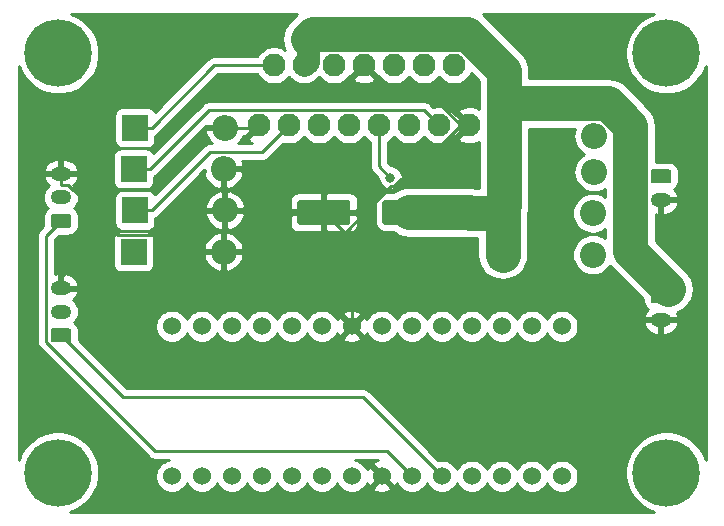
<source format=gbr>
G04 #@! TF.GenerationSoftware,KiCad,Pcbnew,(5.1.2)-1*
G04 #@! TF.CreationDate,2020-03-16T01:25:21+09:00*
G04 #@! TF.ProjectId,L298N_DRIVER,4c323938-4e5f-4445-9249-5645522e6b69,rev?*
G04 #@! TF.SameCoordinates,Original*
G04 #@! TF.FileFunction,Copper,L1,Top*
G04 #@! TF.FilePolarity,Positive*
%FSLAX46Y46*%
G04 Gerber Fmt 4.6, Leading zero omitted, Abs format (unit mm)*
G04 Created by KiCad (PCBNEW (5.1.2)-1) date 2020-03-16 01:25:21*
%MOMM*%
%LPD*%
G04 APERTURE LIST*
%ADD10C,5.700000*%
%ADD11C,0.100000*%
%ADD12C,2.100000*%
%ADD13C,1.524000*%
%ADD14C,1.950000*%
%ADD15O,1.750000X1.200000*%
%ADD16C,1.200000*%
%ADD17O,2.200000X2.200000*%
%ADD18R,2.200000X2.200000*%
%ADD19C,0.800000*%
%ADD20C,0.250000*%
%ADD21C,3.000000*%
%ADD22C,1.201800*%
%ADD23C,1.949800*%
%ADD24C,0.254000*%
G04 APERTURE END LIST*
D10*
X125476000Y-83500000D03*
X125500000Y-48000000D03*
X177000000Y-48000000D03*
X177000000Y-83500000D03*
D11*
G36*
X150018504Y-60419204D02*
G01*
X150042773Y-60422804D01*
X150066571Y-60428765D01*
X150089671Y-60437030D01*
X150111849Y-60447520D01*
X150132893Y-60460133D01*
X150152598Y-60474747D01*
X150170777Y-60491223D01*
X150187253Y-60509402D01*
X150201867Y-60529107D01*
X150214480Y-60550151D01*
X150224970Y-60572329D01*
X150233235Y-60595429D01*
X150239196Y-60619227D01*
X150242796Y-60643496D01*
X150244000Y-60668000D01*
X150244000Y-62268000D01*
X150242796Y-62292504D01*
X150239196Y-62316773D01*
X150233235Y-62340571D01*
X150224970Y-62363671D01*
X150214480Y-62385849D01*
X150201867Y-62406893D01*
X150187253Y-62426598D01*
X150170777Y-62444777D01*
X150152598Y-62461253D01*
X150132893Y-62475867D01*
X150111849Y-62488480D01*
X150089671Y-62498970D01*
X150066571Y-62507235D01*
X150042773Y-62513196D01*
X150018504Y-62516796D01*
X149994000Y-62518000D01*
X145994000Y-62518000D01*
X145969496Y-62516796D01*
X145945227Y-62513196D01*
X145921429Y-62507235D01*
X145898329Y-62498970D01*
X145876151Y-62488480D01*
X145855107Y-62475867D01*
X145835402Y-62461253D01*
X145817223Y-62444777D01*
X145800747Y-62426598D01*
X145786133Y-62406893D01*
X145773520Y-62385849D01*
X145763030Y-62363671D01*
X145754765Y-62340571D01*
X145748804Y-62316773D01*
X145745204Y-62292504D01*
X145744000Y-62268000D01*
X145744000Y-60668000D01*
X145745204Y-60643496D01*
X145748804Y-60619227D01*
X145754765Y-60595429D01*
X145763030Y-60572329D01*
X145773520Y-60550151D01*
X145786133Y-60529107D01*
X145800747Y-60509402D01*
X145817223Y-60491223D01*
X145835402Y-60474747D01*
X145855107Y-60460133D01*
X145876151Y-60447520D01*
X145898329Y-60437030D01*
X145921429Y-60428765D01*
X145945227Y-60422804D01*
X145969496Y-60419204D01*
X145994000Y-60418000D01*
X149994000Y-60418000D01*
X150018504Y-60419204D01*
X150018504Y-60419204D01*
G37*
D12*
X147994000Y-61468000D03*
D11*
G36*
X157218504Y-60419204D02*
G01*
X157242773Y-60422804D01*
X157266571Y-60428765D01*
X157289671Y-60437030D01*
X157311849Y-60447520D01*
X157332893Y-60460133D01*
X157352598Y-60474747D01*
X157370777Y-60491223D01*
X157387253Y-60509402D01*
X157401867Y-60529107D01*
X157414480Y-60550151D01*
X157424970Y-60572329D01*
X157433235Y-60595429D01*
X157439196Y-60619227D01*
X157442796Y-60643496D01*
X157444000Y-60668000D01*
X157444000Y-62268000D01*
X157442796Y-62292504D01*
X157439196Y-62316773D01*
X157433235Y-62340571D01*
X157424970Y-62363671D01*
X157414480Y-62385849D01*
X157401867Y-62406893D01*
X157387253Y-62426598D01*
X157370777Y-62444777D01*
X157352598Y-62461253D01*
X157332893Y-62475867D01*
X157311849Y-62488480D01*
X157289671Y-62498970D01*
X157266571Y-62507235D01*
X157242773Y-62513196D01*
X157218504Y-62516796D01*
X157194000Y-62518000D01*
X153194000Y-62518000D01*
X153169496Y-62516796D01*
X153145227Y-62513196D01*
X153121429Y-62507235D01*
X153098329Y-62498970D01*
X153076151Y-62488480D01*
X153055107Y-62475867D01*
X153035402Y-62461253D01*
X153017223Y-62444777D01*
X153000747Y-62426598D01*
X152986133Y-62406893D01*
X152973520Y-62385849D01*
X152963030Y-62363671D01*
X152954765Y-62340571D01*
X152948804Y-62316773D01*
X152945204Y-62292504D01*
X152944000Y-62268000D01*
X152944000Y-60668000D01*
X152945204Y-60643496D01*
X152948804Y-60619227D01*
X152954765Y-60595429D01*
X152963030Y-60572329D01*
X152973520Y-60550151D01*
X152986133Y-60529107D01*
X153000747Y-60509402D01*
X153017223Y-60491223D01*
X153035402Y-60474747D01*
X153055107Y-60460133D01*
X153076151Y-60447520D01*
X153098329Y-60437030D01*
X153121429Y-60428765D01*
X153145227Y-60422804D01*
X153169496Y-60419204D01*
X153194000Y-60418000D01*
X157194000Y-60418000D01*
X157218504Y-60419204D01*
X157218504Y-60419204D01*
G37*
D12*
X155194000Y-61468000D03*
D13*
X168148000Y-83820000D03*
X165608000Y-83820000D03*
X163068000Y-83820000D03*
X160528000Y-83820000D03*
X157988000Y-83820000D03*
X155448000Y-83820000D03*
X152908000Y-83820000D03*
X150368000Y-83820000D03*
X147828000Y-83820000D03*
X145288000Y-83820000D03*
X142748000Y-83820000D03*
X140208000Y-83820000D03*
X137668000Y-83820000D03*
X135128000Y-83820000D03*
X135128000Y-71120000D03*
X137668000Y-71120000D03*
X140208000Y-71120000D03*
X142748000Y-71120000D03*
X145288000Y-71120000D03*
X147828000Y-71120000D03*
X150368000Y-71120000D03*
X152908000Y-71120000D03*
X155448000Y-71120000D03*
X157988000Y-71120000D03*
X160528000Y-71120000D03*
X163068000Y-71120000D03*
X165608000Y-71120000D03*
X168148000Y-71120000D03*
D14*
X160280000Y-54102000D03*
X159010000Y-49022000D03*
X157740000Y-54102000D03*
X156470000Y-49022000D03*
X155200000Y-54102000D03*
X153930000Y-49022000D03*
X152660000Y-54102000D03*
X151390000Y-49022000D03*
X150120000Y-54102000D03*
X148850000Y-49022000D03*
X147580000Y-54102000D03*
X146310000Y-49022000D03*
X145040000Y-54102000D03*
X143770000Y-49022000D03*
X142500000Y-54102000D03*
D15*
X176530000Y-70580000D03*
D11*
G36*
X177179505Y-67981204D02*
G01*
X177203773Y-67984804D01*
X177227572Y-67990765D01*
X177250671Y-67999030D01*
X177272850Y-68009520D01*
X177293893Y-68022132D01*
X177313599Y-68036747D01*
X177331777Y-68053223D01*
X177348253Y-68071401D01*
X177362868Y-68091107D01*
X177375480Y-68112150D01*
X177385970Y-68134329D01*
X177394235Y-68157428D01*
X177400196Y-68181227D01*
X177403796Y-68205495D01*
X177405000Y-68229999D01*
X177405000Y-68930001D01*
X177403796Y-68954505D01*
X177400196Y-68978773D01*
X177394235Y-69002572D01*
X177385970Y-69025671D01*
X177375480Y-69047850D01*
X177362868Y-69068893D01*
X177348253Y-69088599D01*
X177331777Y-69106777D01*
X177313599Y-69123253D01*
X177293893Y-69137868D01*
X177272850Y-69150480D01*
X177250671Y-69160970D01*
X177227572Y-69169235D01*
X177203773Y-69175196D01*
X177179505Y-69178796D01*
X177155001Y-69180000D01*
X175904999Y-69180000D01*
X175880495Y-69178796D01*
X175856227Y-69175196D01*
X175832428Y-69169235D01*
X175809329Y-69160970D01*
X175787150Y-69150480D01*
X175766107Y-69137868D01*
X175746401Y-69123253D01*
X175728223Y-69106777D01*
X175711747Y-69088599D01*
X175697132Y-69068893D01*
X175684520Y-69047850D01*
X175674030Y-69025671D01*
X175665765Y-69002572D01*
X175659804Y-68978773D01*
X175656204Y-68954505D01*
X175655000Y-68930001D01*
X175655000Y-68229999D01*
X175656204Y-68205495D01*
X175659804Y-68181227D01*
X175665765Y-68157428D01*
X175674030Y-68134329D01*
X175684520Y-68112150D01*
X175697132Y-68091107D01*
X175711747Y-68071401D01*
X175728223Y-68053223D01*
X175746401Y-68036747D01*
X175766107Y-68022132D01*
X175787150Y-68009520D01*
X175809329Y-67999030D01*
X175832428Y-67990765D01*
X175856227Y-67984804D01*
X175880495Y-67981204D01*
X175904999Y-67980000D01*
X177155001Y-67980000D01*
X177179505Y-67981204D01*
X177179505Y-67981204D01*
G37*
D16*
X176530000Y-68580000D03*
D15*
X176530000Y-60420000D03*
D11*
G36*
X177179505Y-57821204D02*
G01*
X177203773Y-57824804D01*
X177227572Y-57830765D01*
X177250671Y-57839030D01*
X177272850Y-57849520D01*
X177293893Y-57862132D01*
X177313599Y-57876747D01*
X177331777Y-57893223D01*
X177348253Y-57911401D01*
X177362868Y-57931107D01*
X177375480Y-57952150D01*
X177385970Y-57974329D01*
X177394235Y-57997428D01*
X177400196Y-58021227D01*
X177403796Y-58045495D01*
X177405000Y-58069999D01*
X177405000Y-58770001D01*
X177403796Y-58794505D01*
X177400196Y-58818773D01*
X177394235Y-58842572D01*
X177385970Y-58865671D01*
X177375480Y-58887850D01*
X177362868Y-58908893D01*
X177348253Y-58928599D01*
X177331777Y-58946777D01*
X177313599Y-58963253D01*
X177293893Y-58977868D01*
X177272850Y-58990480D01*
X177250671Y-59000970D01*
X177227572Y-59009235D01*
X177203773Y-59015196D01*
X177179505Y-59018796D01*
X177155001Y-59020000D01*
X175904999Y-59020000D01*
X175880495Y-59018796D01*
X175856227Y-59015196D01*
X175832428Y-59009235D01*
X175809329Y-59000970D01*
X175787150Y-58990480D01*
X175766107Y-58977868D01*
X175746401Y-58963253D01*
X175728223Y-58946777D01*
X175711747Y-58928599D01*
X175697132Y-58908893D01*
X175684520Y-58887850D01*
X175674030Y-58865671D01*
X175665765Y-58842572D01*
X175659804Y-58818773D01*
X175656204Y-58794505D01*
X175655000Y-58770001D01*
X175655000Y-58069999D01*
X175656204Y-58045495D01*
X175659804Y-58021227D01*
X175665765Y-57997428D01*
X175674030Y-57974329D01*
X175684520Y-57952150D01*
X175697132Y-57931107D01*
X175711747Y-57911401D01*
X175728223Y-57893223D01*
X175746401Y-57876747D01*
X175766107Y-57862132D01*
X175787150Y-57849520D01*
X175809329Y-57839030D01*
X175832428Y-57830765D01*
X175856227Y-57824804D01*
X175880495Y-57821204D01*
X175904999Y-57820000D01*
X177155001Y-57820000D01*
X177179505Y-57821204D01*
X177179505Y-57821204D01*
G37*
D16*
X176530000Y-58420000D03*
D15*
X125730000Y-67882000D03*
X125730000Y-69882000D03*
D11*
G36*
X126379505Y-71283204D02*
G01*
X126403773Y-71286804D01*
X126427572Y-71292765D01*
X126450671Y-71301030D01*
X126472850Y-71311520D01*
X126493893Y-71324132D01*
X126513599Y-71338747D01*
X126531777Y-71355223D01*
X126548253Y-71373401D01*
X126562868Y-71393107D01*
X126575480Y-71414150D01*
X126585970Y-71436329D01*
X126594235Y-71459428D01*
X126600196Y-71483227D01*
X126603796Y-71507495D01*
X126605000Y-71531999D01*
X126605000Y-72232001D01*
X126603796Y-72256505D01*
X126600196Y-72280773D01*
X126594235Y-72304572D01*
X126585970Y-72327671D01*
X126575480Y-72349850D01*
X126562868Y-72370893D01*
X126548253Y-72390599D01*
X126531777Y-72408777D01*
X126513599Y-72425253D01*
X126493893Y-72439868D01*
X126472850Y-72452480D01*
X126450671Y-72462970D01*
X126427572Y-72471235D01*
X126403773Y-72477196D01*
X126379505Y-72480796D01*
X126355001Y-72482000D01*
X125104999Y-72482000D01*
X125080495Y-72480796D01*
X125056227Y-72477196D01*
X125032428Y-72471235D01*
X125009329Y-72462970D01*
X124987150Y-72452480D01*
X124966107Y-72439868D01*
X124946401Y-72425253D01*
X124928223Y-72408777D01*
X124911747Y-72390599D01*
X124897132Y-72370893D01*
X124884520Y-72349850D01*
X124874030Y-72327671D01*
X124865765Y-72304572D01*
X124859804Y-72280773D01*
X124856204Y-72256505D01*
X124855000Y-72232001D01*
X124855000Y-71531999D01*
X124856204Y-71507495D01*
X124859804Y-71483227D01*
X124865765Y-71459428D01*
X124874030Y-71436329D01*
X124884520Y-71414150D01*
X124897132Y-71393107D01*
X124911747Y-71373401D01*
X124928223Y-71355223D01*
X124946401Y-71338747D01*
X124966107Y-71324132D01*
X124987150Y-71311520D01*
X125009329Y-71301030D01*
X125032428Y-71292765D01*
X125056227Y-71286804D01*
X125080495Y-71283204D01*
X125104999Y-71282000D01*
X126355001Y-71282000D01*
X126379505Y-71283204D01*
X126379505Y-71283204D01*
G37*
D16*
X125730000Y-71882000D03*
D15*
X125730000Y-58198000D03*
X125730000Y-60198000D03*
D11*
G36*
X126379505Y-61599204D02*
G01*
X126403773Y-61602804D01*
X126427572Y-61608765D01*
X126450671Y-61617030D01*
X126472850Y-61627520D01*
X126493893Y-61640132D01*
X126513599Y-61654747D01*
X126531777Y-61671223D01*
X126548253Y-61689401D01*
X126562868Y-61709107D01*
X126575480Y-61730150D01*
X126585970Y-61752329D01*
X126594235Y-61775428D01*
X126600196Y-61799227D01*
X126603796Y-61823495D01*
X126605000Y-61847999D01*
X126605000Y-62548001D01*
X126603796Y-62572505D01*
X126600196Y-62596773D01*
X126594235Y-62620572D01*
X126585970Y-62643671D01*
X126575480Y-62665850D01*
X126562868Y-62686893D01*
X126548253Y-62706599D01*
X126531777Y-62724777D01*
X126513599Y-62741253D01*
X126493893Y-62755868D01*
X126472850Y-62768480D01*
X126450671Y-62778970D01*
X126427572Y-62787235D01*
X126403773Y-62793196D01*
X126379505Y-62796796D01*
X126355001Y-62798000D01*
X125104999Y-62798000D01*
X125080495Y-62796796D01*
X125056227Y-62793196D01*
X125032428Y-62787235D01*
X125009329Y-62778970D01*
X124987150Y-62768480D01*
X124966107Y-62755868D01*
X124946401Y-62741253D01*
X124928223Y-62724777D01*
X124911747Y-62706599D01*
X124897132Y-62686893D01*
X124884520Y-62665850D01*
X124874030Y-62643671D01*
X124865765Y-62620572D01*
X124859804Y-62596773D01*
X124856204Y-62572505D01*
X124855000Y-62548001D01*
X124855000Y-61847999D01*
X124856204Y-61823495D01*
X124859804Y-61799227D01*
X124865765Y-61775428D01*
X124874030Y-61752329D01*
X124884520Y-61730150D01*
X124897132Y-61709107D01*
X124911747Y-61689401D01*
X124928223Y-61671223D01*
X124946401Y-61654747D01*
X124966107Y-61640132D01*
X124987150Y-61627520D01*
X125009329Y-61617030D01*
X125032428Y-61608765D01*
X125056227Y-61602804D01*
X125080495Y-61599204D01*
X125104999Y-61598000D01*
X126355001Y-61598000D01*
X126379505Y-61599204D01*
X126379505Y-61599204D01*
G37*
D16*
X125730000Y-62198000D03*
D17*
X139496000Y-64794000D03*
D18*
X131876000Y-64794000D03*
D17*
X170750000Y-65048000D03*
D18*
X163130000Y-65048000D03*
D17*
X139496000Y-57794000D03*
D18*
X131876000Y-57794000D03*
D17*
X170870000Y-58048000D03*
D18*
X163250000Y-58048000D03*
D17*
X139616000Y-61294000D03*
D18*
X131996000Y-61294000D03*
D17*
X170750000Y-61548000D03*
D18*
X163130000Y-61548000D03*
D17*
X139616000Y-54294000D03*
D18*
X131996000Y-54294000D03*
D17*
X170870000Y-55048000D03*
D18*
X163250000Y-55048000D03*
D19*
X153620000Y-58539500D03*
D20*
X131996000Y-54294000D02*
X133421300Y-54294000D01*
X133421300Y-54294000D02*
X138693300Y-49022000D01*
X138693300Y-49022000D02*
X143770000Y-49022000D01*
D21*
X163130000Y-61548000D02*
X163130000Y-65048000D01*
X163250000Y-60848300D02*
X163130000Y-60968300D01*
X163130000Y-60968300D02*
X163130000Y-61548000D01*
X177155000Y-67955000D02*
X173953600Y-64753600D01*
X173953600Y-64753600D02*
X173953600Y-54151200D01*
X173953600Y-54151200D02*
X172050100Y-52247700D01*
X172050100Y-52247700D02*
X163250000Y-52247700D01*
X163250000Y-52247700D02*
X163250000Y-49472700D01*
X163250000Y-49472700D02*
X160122800Y-46345500D01*
X160122800Y-46345500D02*
X147056100Y-46345500D01*
X147056100Y-46345500D02*
X146618300Y-46783300D01*
D22*
X177155000Y-67955000D02*
X176530000Y-68580000D01*
D21*
X163250000Y-58048000D02*
X163250000Y-60848300D01*
X163130000Y-61548000D02*
X160329700Y-61548000D01*
X155194000Y-61468000D02*
X160249700Y-61468000D01*
X160249700Y-61468000D02*
X160329700Y-61548000D01*
X163250000Y-58048000D02*
X163250000Y-55048000D01*
X163250000Y-55048000D02*
X163250000Y-52247700D01*
D23*
X146310000Y-49022000D02*
X146618300Y-48713700D01*
X146618300Y-48713700D02*
X146618300Y-46783300D01*
D20*
X159589800Y-54107500D02*
X159589800Y-54107600D01*
X159589800Y-54107600D02*
X159662800Y-54107600D01*
X159662800Y-54107600D02*
X159668400Y-54102000D01*
X159668400Y-54102000D02*
X160280000Y-54102000D01*
X151390000Y-49022000D02*
X154244800Y-51876800D01*
X154244800Y-51876800D02*
X157359000Y-51876800D01*
X157359000Y-51876800D02*
X159589800Y-54107500D01*
X149753600Y-63227500D02*
X153716300Y-59264800D01*
X153716300Y-59264800D02*
X153920500Y-59264800D01*
X153920500Y-59264800D02*
X154548200Y-58637100D01*
X154548200Y-58637100D02*
X155060200Y-58637100D01*
X155060200Y-58637100D02*
X159589800Y-54107500D01*
X149753600Y-63227500D02*
X150368000Y-63842000D01*
X150368000Y-63842000D02*
X150368000Y-71120000D01*
X147994000Y-61468000D02*
X149753600Y-63227500D01*
X139616000Y-61294000D02*
X147820000Y-61294000D01*
X147820000Y-61294000D02*
X147994000Y-61468000D01*
X129932800Y-62753900D02*
X126302100Y-59123300D01*
X126302100Y-59123300D02*
X125730000Y-59123300D01*
X138070700Y-64794000D02*
X136645300Y-63368600D01*
X136645300Y-63368600D02*
X130547500Y-63368600D01*
X130547500Y-63368600D02*
X130312700Y-63133800D01*
X130312700Y-63133800D02*
X130312600Y-63133800D01*
X130312600Y-63133800D02*
X129932800Y-62753900D01*
X129932800Y-62753900D02*
X125730000Y-66956700D01*
X125730000Y-67882000D02*
X125730000Y-66956700D01*
X125730000Y-58198000D02*
X125730000Y-59123300D01*
X139496000Y-64794000D02*
X138070700Y-64794000D01*
X139616000Y-54294000D02*
X142308000Y-54294000D01*
X142308000Y-54294000D02*
X142500000Y-54102000D01*
X131996000Y-61294000D02*
X133421300Y-61294000D01*
X145040000Y-54102000D02*
X142773300Y-56368700D01*
X142773300Y-56368700D02*
X138346600Y-56368700D01*
X138346600Y-56368700D02*
X133421300Y-61294000D01*
X131876000Y-57794000D02*
X133301300Y-57794000D01*
X157740000Y-54102000D02*
X156439600Y-52801600D01*
X156439600Y-52801600D02*
X138293700Y-52801600D01*
X138293700Y-52801600D02*
X133301300Y-57794000D01*
X125730000Y-62198000D02*
X124475500Y-63452500D01*
X124475500Y-63452500D02*
X124475500Y-72430500D01*
X124475500Y-72430500D02*
X133736600Y-81691600D01*
X133736600Y-81691600D02*
X153319600Y-81691600D01*
X153319600Y-81691600D02*
X155448000Y-83820000D01*
X157988000Y-83820000D02*
X151297700Y-77129700D01*
X151297700Y-77129700D02*
X130977700Y-77129700D01*
X130977700Y-77129700D02*
X125730000Y-71882000D01*
X153620000Y-58539500D02*
X152660000Y-57579500D01*
X152660000Y-57579500D02*
X152660000Y-54102000D01*
D24*
G36*
X145539123Y-44828523D02*
G01*
X145472259Y-44909996D01*
X145034465Y-45347790D01*
X144834524Y-45591419D01*
X144636275Y-45962318D01*
X144514193Y-46364767D01*
X144472971Y-46783300D01*
X144514193Y-47201833D01*
X144636275Y-47604282D01*
X144686341Y-47697949D01*
X144532621Y-47595237D01*
X144239620Y-47473871D01*
X143928571Y-47412000D01*
X143611429Y-47412000D01*
X143300380Y-47473871D01*
X143007379Y-47595237D01*
X142743685Y-47771431D01*
X142519431Y-47995685D01*
X142343237Y-48259379D01*
X142342151Y-48262000D01*
X138730623Y-48262000D01*
X138693300Y-48258324D01*
X138655977Y-48262000D01*
X138655967Y-48262000D01*
X138544314Y-48272997D01*
X138401053Y-48316454D01*
X138269023Y-48387026D01*
X138185383Y-48455668D01*
X138153299Y-48481999D01*
X138129501Y-48510997D01*
X133686707Y-52953792D01*
X133685502Y-52949820D01*
X133626537Y-52839506D01*
X133547185Y-52742815D01*
X133450494Y-52663463D01*
X133340180Y-52604498D01*
X133220482Y-52568188D01*
X133096000Y-52555928D01*
X130896000Y-52555928D01*
X130771518Y-52568188D01*
X130651820Y-52604498D01*
X130541506Y-52663463D01*
X130444815Y-52742815D01*
X130365463Y-52839506D01*
X130306498Y-52949820D01*
X130270188Y-53069518D01*
X130257928Y-53194000D01*
X130257928Y-55394000D01*
X130270188Y-55518482D01*
X130306498Y-55638180D01*
X130365463Y-55748494D01*
X130444815Y-55845185D01*
X130541506Y-55924537D01*
X130651820Y-55983502D01*
X130771518Y-56019812D01*
X130896000Y-56032072D01*
X133096000Y-56032072D01*
X133220482Y-56019812D01*
X133340180Y-55983502D01*
X133450494Y-55924537D01*
X133547185Y-55845185D01*
X133626537Y-55748494D01*
X133685502Y-55638180D01*
X133721812Y-55518482D01*
X133734072Y-55394000D01*
X133734072Y-54988575D01*
X133845576Y-54928974D01*
X133961301Y-54834001D01*
X133985104Y-54804997D01*
X139008102Y-49782000D01*
X142342151Y-49782000D01*
X142343237Y-49784621D01*
X142519431Y-50048315D01*
X142743685Y-50272569D01*
X143007379Y-50448763D01*
X143300380Y-50570129D01*
X143611429Y-50632000D01*
X143928571Y-50632000D01*
X144239620Y-50570129D01*
X144532621Y-50448763D01*
X144796315Y-50272569D01*
X145020569Y-50048315D01*
X145040000Y-50019234D01*
X145059431Y-50048315D01*
X145116363Y-50105247D01*
X145166122Y-50165878D01*
X145226753Y-50215637D01*
X145283685Y-50272569D01*
X145350624Y-50317296D01*
X145411260Y-50367059D01*
X145480444Y-50404039D01*
X145547379Y-50448763D01*
X145621754Y-50479570D01*
X145690938Y-50516550D01*
X145766001Y-50539320D01*
X145840380Y-50570129D01*
X145919345Y-50585836D01*
X145994405Y-50608605D01*
X146072467Y-50616294D01*
X146151429Y-50632000D01*
X146231934Y-50632000D01*
X146310000Y-50639689D01*
X146388066Y-50632000D01*
X146468571Y-50632000D01*
X146547533Y-50616294D01*
X146625595Y-50608605D01*
X146700655Y-50585836D01*
X146779620Y-50570129D01*
X146853999Y-50539320D01*
X146929062Y-50516550D01*
X146998246Y-50479570D01*
X147072621Y-50448763D01*
X147139556Y-50404039D01*
X147208740Y-50367059D01*
X147269378Y-50317295D01*
X147336315Y-50272569D01*
X147560569Y-50048315D01*
X147560855Y-50047887D01*
X147583808Y-50024934D01*
X147599431Y-50048315D01*
X147823685Y-50272569D01*
X148087379Y-50448763D01*
X148380380Y-50570129D01*
X148691429Y-50632000D01*
X149008571Y-50632000D01*
X149319620Y-50570129D01*
X149612621Y-50448763D01*
X149876315Y-50272569D01*
X150009300Y-50139584D01*
X150452021Y-50139584D01*
X150544766Y-50401429D01*
X150830120Y-50539820D01*
X151136990Y-50619883D01*
X151453584Y-50638540D01*
X151767733Y-50595074D01*
X152067367Y-50491156D01*
X152235234Y-50401429D01*
X152327979Y-50139584D01*
X151390000Y-49201605D01*
X150452021Y-50139584D01*
X150009300Y-50139584D01*
X150100569Y-50048315D01*
X150181184Y-49927665D01*
X150272416Y-49959979D01*
X151210395Y-49022000D01*
X151196253Y-49007858D01*
X151375858Y-48828253D01*
X151390000Y-48842395D01*
X151404143Y-48828253D01*
X151583748Y-49007858D01*
X151569605Y-49022000D01*
X152507584Y-49959979D01*
X152598816Y-49927665D01*
X152679431Y-50048315D01*
X152903685Y-50272569D01*
X153167379Y-50448763D01*
X153460380Y-50570129D01*
X153771429Y-50632000D01*
X154088571Y-50632000D01*
X154399620Y-50570129D01*
X154692621Y-50448763D01*
X154956315Y-50272569D01*
X155180569Y-50048315D01*
X155200000Y-50019234D01*
X155219431Y-50048315D01*
X155443685Y-50272569D01*
X155707379Y-50448763D01*
X156000380Y-50570129D01*
X156311429Y-50632000D01*
X156628571Y-50632000D01*
X156939620Y-50570129D01*
X157232621Y-50448763D01*
X157496315Y-50272569D01*
X157720569Y-50048315D01*
X157740000Y-50019234D01*
X157759431Y-50048315D01*
X157983685Y-50272569D01*
X158247379Y-50448763D01*
X158540380Y-50570129D01*
X158851429Y-50632000D01*
X159168571Y-50632000D01*
X159479620Y-50570129D01*
X159772621Y-50448763D01*
X160036315Y-50272569D01*
X160260569Y-50048315D01*
X160436763Y-49784621D01*
X160467755Y-49709800D01*
X161115000Y-50357045D01*
X161115000Y-52142818D01*
X161104670Y-52247700D01*
X161115000Y-52352581D01*
X161115000Y-52717608D01*
X160839880Y-52584180D01*
X160533010Y-52504117D01*
X160216416Y-52485460D01*
X159902267Y-52528926D01*
X159602633Y-52632844D01*
X159434766Y-52722571D01*
X159342021Y-52984416D01*
X160280000Y-53922395D01*
X160294143Y-53908253D01*
X160473748Y-54087858D01*
X160459605Y-54102000D01*
X160473748Y-54116143D01*
X160294143Y-54295748D01*
X160280000Y-54281605D01*
X159342021Y-55219584D01*
X159434766Y-55481429D01*
X159720120Y-55619820D01*
X160026990Y-55699883D01*
X160343584Y-55718540D01*
X160657733Y-55675074D01*
X160957367Y-55571156D01*
X161115000Y-55486899D01*
X161115000Y-59413000D01*
X160830120Y-59413000D01*
X160668233Y-59363892D01*
X160354582Y-59333000D01*
X160354572Y-59333000D01*
X160249700Y-59322671D01*
X160144828Y-59333000D01*
X155089118Y-59333000D01*
X154775467Y-59363892D01*
X154373018Y-59485974D01*
X154002119Y-59684223D01*
X153885502Y-59779928D01*
X153194000Y-59779928D01*
X153020746Y-59796992D01*
X152854150Y-59847528D01*
X152700614Y-59929595D01*
X152566038Y-60040038D01*
X152455595Y-60174614D01*
X152373528Y-60328150D01*
X152322992Y-60494746D01*
X152305928Y-60668000D01*
X152305928Y-62268000D01*
X152322992Y-62441254D01*
X152373528Y-62607850D01*
X152455595Y-62761386D01*
X152566038Y-62895962D01*
X152700614Y-63006405D01*
X152854150Y-63088472D01*
X153020746Y-63139008D01*
X153194000Y-63156072D01*
X153885502Y-63156072D01*
X154002119Y-63251777D01*
X154373018Y-63450026D01*
X154775467Y-63572108D01*
X155089118Y-63603000D01*
X159749280Y-63603000D01*
X159911167Y-63652108D01*
X160224818Y-63683000D01*
X160224827Y-63683000D01*
X160329699Y-63693329D01*
X160434571Y-63683000D01*
X160995000Y-63683000D01*
X160995000Y-65152882D01*
X161025893Y-65466533D01*
X161147975Y-65868982D01*
X161346224Y-66239881D01*
X161422488Y-66332809D01*
X161440498Y-66392180D01*
X161499463Y-66502494D01*
X161578815Y-66599185D01*
X161675506Y-66678537D01*
X161785820Y-66737502D01*
X161845191Y-66755512D01*
X161938120Y-66831777D01*
X162309019Y-67030026D01*
X162711468Y-67152108D01*
X163130000Y-67193330D01*
X163548533Y-67152108D01*
X163950982Y-67030026D01*
X164321881Y-66831777D01*
X164414811Y-66755512D01*
X164474180Y-66737502D01*
X164584494Y-66678537D01*
X164681185Y-66599185D01*
X164760537Y-66502494D01*
X164819502Y-66392180D01*
X164837512Y-66332811D01*
X164913777Y-66239881D01*
X165112026Y-65868982D01*
X165234108Y-65466533D01*
X165265000Y-65152882D01*
X165265000Y-61652881D01*
X165275330Y-61548000D01*
X165273734Y-61531791D01*
X165354108Y-61266833D01*
X165385000Y-60953182D01*
X165385000Y-60953174D01*
X165395329Y-60848300D01*
X165385000Y-60743426D01*
X165385000Y-54382700D01*
X169258747Y-54382700D01*
X169160105Y-54707881D01*
X169126606Y-55048000D01*
X169160105Y-55388119D01*
X169259314Y-55715168D01*
X169420421Y-56016578D01*
X169637234Y-56280766D01*
X169901422Y-56497579D01*
X169995753Y-56548000D01*
X169901422Y-56598421D01*
X169637234Y-56815234D01*
X169420421Y-57079422D01*
X169259314Y-57380832D01*
X169160105Y-57707881D01*
X169126606Y-58048000D01*
X169160105Y-58388119D01*
X169259314Y-58715168D01*
X169420421Y-59016578D01*
X169637234Y-59280766D01*
X169901422Y-59497579D01*
X170202832Y-59658686D01*
X170529881Y-59757895D01*
X170784775Y-59783000D01*
X170955225Y-59783000D01*
X171210119Y-59757895D01*
X171537168Y-59658686D01*
X171818600Y-59508257D01*
X171818600Y-60180507D01*
X171718578Y-60098421D01*
X171417168Y-59937314D01*
X171090119Y-59838105D01*
X170835225Y-59813000D01*
X170664775Y-59813000D01*
X170409881Y-59838105D01*
X170082832Y-59937314D01*
X169781422Y-60098421D01*
X169517234Y-60315234D01*
X169300421Y-60579422D01*
X169139314Y-60880832D01*
X169040105Y-61207881D01*
X169006606Y-61548000D01*
X169040105Y-61888119D01*
X169139314Y-62215168D01*
X169300421Y-62516578D01*
X169517234Y-62780766D01*
X169781422Y-62997579D01*
X170082832Y-63158686D01*
X170409881Y-63257895D01*
X170664775Y-63283000D01*
X170835225Y-63283000D01*
X171090119Y-63257895D01*
X171417168Y-63158686D01*
X171718578Y-62997579D01*
X171818600Y-62915493D01*
X171818600Y-63680507D01*
X171718578Y-63598421D01*
X171417168Y-63437314D01*
X171090119Y-63338105D01*
X170835225Y-63313000D01*
X170664775Y-63313000D01*
X170409881Y-63338105D01*
X170082832Y-63437314D01*
X169781422Y-63598421D01*
X169517234Y-63815234D01*
X169300421Y-64079422D01*
X169139314Y-64380832D01*
X169040105Y-64707881D01*
X169006606Y-65048000D01*
X169040105Y-65388119D01*
X169139314Y-65715168D01*
X169300421Y-66016578D01*
X169517234Y-66280766D01*
X169781422Y-66497579D01*
X170082832Y-66658686D01*
X170409881Y-66757895D01*
X170664775Y-66783000D01*
X170835225Y-66783000D01*
X171090119Y-66757895D01*
X171417168Y-66658686D01*
X171718578Y-66497579D01*
X171982766Y-66280766D01*
X172199579Y-66016578D01*
X172210856Y-65995480D01*
X172436623Y-66270577D01*
X172518092Y-66337437D01*
X175016928Y-68836274D01*
X175016928Y-68930001D01*
X175033992Y-69103255D01*
X175084528Y-69269851D01*
X175166595Y-69423387D01*
X175277038Y-69557962D01*
X175411613Y-69668405D01*
X175416406Y-69670967D01*
X175291922Y-69796526D01*
X175157579Y-69999467D01*
X175065409Y-70224718D01*
X175061538Y-70262391D01*
X175186269Y-70453000D01*
X176403000Y-70453000D01*
X176403000Y-70433000D01*
X176657000Y-70433000D01*
X176657000Y-70453000D01*
X177873731Y-70453000D01*
X177998462Y-70262391D01*
X177994591Y-70224718D01*
X177902421Y-69999467D01*
X177880299Y-69966050D01*
X177975981Y-69937025D01*
X178346881Y-69738776D01*
X178671977Y-69471977D01*
X178938776Y-69146881D01*
X179137025Y-68775981D01*
X179259107Y-68373533D01*
X179300329Y-67954999D01*
X179259107Y-67536466D01*
X179137025Y-67134017D01*
X178938776Y-66763118D01*
X178738835Y-66519489D01*
X176088600Y-63869255D01*
X176088600Y-61646987D01*
X176128000Y-61655000D01*
X176403000Y-61655000D01*
X176403000Y-60547000D01*
X176657000Y-60547000D01*
X176657000Y-61655000D01*
X176932000Y-61655000D01*
X177170496Y-61606493D01*
X177394946Y-61512390D01*
X177596725Y-61376307D01*
X177768078Y-61203474D01*
X177902421Y-61000533D01*
X177994591Y-60775282D01*
X177998462Y-60737609D01*
X177873731Y-60547000D01*
X176657000Y-60547000D01*
X176403000Y-60547000D01*
X176383000Y-60547000D01*
X176383000Y-60293000D01*
X176403000Y-60293000D01*
X176403000Y-60273000D01*
X176657000Y-60273000D01*
X176657000Y-60293000D01*
X177873731Y-60293000D01*
X177998462Y-60102391D01*
X177994591Y-60064718D01*
X177902421Y-59839467D01*
X177768078Y-59636526D01*
X177643594Y-59510967D01*
X177648387Y-59508405D01*
X177782962Y-59397962D01*
X177893405Y-59263387D01*
X177975472Y-59109851D01*
X178026008Y-58943255D01*
X178043072Y-58770001D01*
X178043072Y-58069999D01*
X178026008Y-57896745D01*
X177975472Y-57730149D01*
X177893405Y-57576613D01*
X177782962Y-57442038D01*
X177648387Y-57331595D01*
X177494851Y-57249528D01*
X177328255Y-57198992D01*
X177155001Y-57181928D01*
X176088600Y-57181928D01*
X176088600Y-54256075D01*
X176098929Y-54151200D01*
X176088600Y-54046325D01*
X176088600Y-54046318D01*
X176057708Y-53732667D01*
X176048958Y-53703820D01*
X175935626Y-53330218D01*
X175809283Y-53093846D01*
X175737377Y-52959319D01*
X175676378Y-52884992D01*
X175537436Y-52715690D01*
X175537433Y-52715687D01*
X175470577Y-52634223D01*
X175389113Y-52567367D01*
X173633937Y-50812192D01*
X173567077Y-50730723D01*
X173241981Y-50463923D01*
X172871082Y-50265674D01*
X172468633Y-50143592D01*
X172154982Y-50112700D01*
X172154972Y-50112700D01*
X172050100Y-50102371D01*
X171945228Y-50112700D01*
X165385000Y-50112700D01*
X165385000Y-49577574D01*
X165395329Y-49472700D01*
X165385000Y-49367825D01*
X165385000Y-49367818D01*
X165354108Y-49054167D01*
X165316027Y-48928629D01*
X165232026Y-48651718D01*
X165178929Y-48552380D01*
X165033777Y-48280819D01*
X164766977Y-47955723D01*
X164685508Y-47888863D01*
X161706637Y-44909992D01*
X161639777Y-44828523D01*
X161434432Y-44660000D01*
X175956730Y-44660000D01*
X175349234Y-44911633D01*
X174778442Y-45293024D01*
X174293024Y-45778442D01*
X173911633Y-46349234D01*
X173648927Y-46983463D01*
X173515000Y-47656758D01*
X173515000Y-48343242D01*
X173648927Y-49016537D01*
X173911633Y-49650766D01*
X174293024Y-50221558D01*
X174778442Y-50706976D01*
X175349234Y-51088367D01*
X175983463Y-51351073D01*
X176656758Y-51485000D01*
X177343242Y-51485000D01*
X178016537Y-51351073D01*
X178650766Y-51088367D01*
X179221558Y-50706976D01*
X179706976Y-50221558D01*
X180088367Y-49650766D01*
X180340000Y-49043270D01*
X180340001Y-82456733D01*
X180088367Y-81849234D01*
X179706976Y-81278442D01*
X179221558Y-80793024D01*
X178650766Y-80411633D01*
X178016537Y-80148927D01*
X177343242Y-80015000D01*
X176656758Y-80015000D01*
X175983463Y-80148927D01*
X175349234Y-80411633D01*
X174778442Y-80793024D01*
X174293024Y-81278442D01*
X173911633Y-81849234D01*
X173648927Y-82483463D01*
X173515000Y-83156758D01*
X173515000Y-83843242D01*
X173648927Y-84516537D01*
X173911633Y-85150766D01*
X174293024Y-85721558D01*
X174778442Y-86206976D01*
X175349234Y-86588367D01*
X175956730Y-86840000D01*
X126519270Y-86840000D01*
X127126766Y-86588367D01*
X127697558Y-86206976D01*
X128182976Y-85721558D01*
X128564367Y-85150766D01*
X128827073Y-84516537D01*
X128961000Y-83843242D01*
X128961000Y-83156758D01*
X128827073Y-82483463D01*
X128564367Y-81849234D01*
X128182976Y-81278442D01*
X127697558Y-80793024D01*
X127126766Y-80411633D01*
X126492537Y-80148927D01*
X125819242Y-80015000D01*
X125132758Y-80015000D01*
X124459463Y-80148927D01*
X123825234Y-80411633D01*
X123254442Y-80793024D01*
X122769024Y-81278442D01*
X122387633Y-81849234D01*
X122160000Y-82398789D01*
X122160000Y-63452500D01*
X123711824Y-63452500D01*
X123715500Y-63489822D01*
X123715501Y-72393168D01*
X123711824Y-72430500D01*
X123726498Y-72579485D01*
X123769954Y-72722746D01*
X123840526Y-72854776D01*
X123911701Y-72941502D01*
X123935500Y-72970501D01*
X123964498Y-72994299D01*
X133172800Y-82202602D01*
X133196599Y-82231601D01*
X133312324Y-82326574D01*
X133444353Y-82397146D01*
X133587614Y-82440603D01*
X133699267Y-82451600D01*
X133699276Y-82451600D01*
X133736599Y-82455276D01*
X133773922Y-82451600D01*
X134846626Y-82451600D01*
X134720510Y-82476686D01*
X134466273Y-82581995D01*
X134237465Y-82734880D01*
X134042880Y-82929465D01*
X133889995Y-83158273D01*
X133784686Y-83412510D01*
X133731000Y-83682408D01*
X133731000Y-83957592D01*
X133784686Y-84227490D01*
X133889995Y-84481727D01*
X134042880Y-84710535D01*
X134237465Y-84905120D01*
X134466273Y-85058005D01*
X134720510Y-85163314D01*
X134990408Y-85217000D01*
X135265592Y-85217000D01*
X135535490Y-85163314D01*
X135789727Y-85058005D01*
X136018535Y-84905120D01*
X136213120Y-84710535D01*
X136366005Y-84481727D01*
X136398000Y-84404485D01*
X136429995Y-84481727D01*
X136582880Y-84710535D01*
X136777465Y-84905120D01*
X137006273Y-85058005D01*
X137260510Y-85163314D01*
X137530408Y-85217000D01*
X137805592Y-85217000D01*
X138075490Y-85163314D01*
X138329727Y-85058005D01*
X138558535Y-84905120D01*
X138753120Y-84710535D01*
X138906005Y-84481727D01*
X138938000Y-84404485D01*
X138969995Y-84481727D01*
X139122880Y-84710535D01*
X139317465Y-84905120D01*
X139546273Y-85058005D01*
X139800510Y-85163314D01*
X140070408Y-85217000D01*
X140345592Y-85217000D01*
X140615490Y-85163314D01*
X140869727Y-85058005D01*
X141098535Y-84905120D01*
X141293120Y-84710535D01*
X141446005Y-84481727D01*
X141478000Y-84404485D01*
X141509995Y-84481727D01*
X141662880Y-84710535D01*
X141857465Y-84905120D01*
X142086273Y-85058005D01*
X142340510Y-85163314D01*
X142610408Y-85217000D01*
X142885592Y-85217000D01*
X143155490Y-85163314D01*
X143409727Y-85058005D01*
X143638535Y-84905120D01*
X143833120Y-84710535D01*
X143986005Y-84481727D01*
X144018000Y-84404485D01*
X144049995Y-84481727D01*
X144202880Y-84710535D01*
X144397465Y-84905120D01*
X144626273Y-85058005D01*
X144880510Y-85163314D01*
X145150408Y-85217000D01*
X145425592Y-85217000D01*
X145695490Y-85163314D01*
X145949727Y-85058005D01*
X146178535Y-84905120D01*
X146373120Y-84710535D01*
X146526005Y-84481727D01*
X146558000Y-84404485D01*
X146589995Y-84481727D01*
X146742880Y-84710535D01*
X146937465Y-84905120D01*
X147166273Y-85058005D01*
X147420510Y-85163314D01*
X147690408Y-85217000D01*
X147965592Y-85217000D01*
X148235490Y-85163314D01*
X148489727Y-85058005D01*
X148718535Y-84905120D01*
X148913120Y-84710535D01*
X149066005Y-84481727D01*
X149098000Y-84404485D01*
X149129995Y-84481727D01*
X149282880Y-84710535D01*
X149477465Y-84905120D01*
X149706273Y-85058005D01*
X149960510Y-85163314D01*
X150230408Y-85217000D01*
X150505592Y-85217000D01*
X150775490Y-85163314D01*
X151029727Y-85058005D01*
X151258535Y-84905120D01*
X151378090Y-84785565D01*
X152122040Y-84785565D01*
X152189020Y-85025656D01*
X152438048Y-85142756D01*
X152705135Y-85209023D01*
X152980017Y-85221910D01*
X153252133Y-85180922D01*
X153511023Y-85087636D01*
X153626980Y-85025656D01*
X153693960Y-84785565D01*
X152908000Y-83999605D01*
X152122040Y-84785565D01*
X151378090Y-84785565D01*
X151453120Y-84710535D01*
X151606005Y-84481727D01*
X151635692Y-84410057D01*
X151640364Y-84423023D01*
X151702344Y-84538980D01*
X151942435Y-84605960D01*
X152728395Y-83820000D01*
X151942435Y-83034040D01*
X151702344Y-83101020D01*
X151638515Y-83236760D01*
X151606005Y-83158273D01*
X151453120Y-82929465D01*
X151258535Y-82734880D01*
X151029727Y-82581995D01*
X150775490Y-82476686D01*
X150649374Y-82451600D01*
X152613513Y-82451600D01*
X152563867Y-82459078D01*
X152304977Y-82552364D01*
X152189020Y-82614344D01*
X152122040Y-82854435D01*
X152908000Y-83640395D01*
X152922143Y-83626253D01*
X153101748Y-83805858D01*
X153087605Y-83820000D01*
X153873565Y-84605960D01*
X154113656Y-84538980D01*
X154177485Y-84403240D01*
X154209995Y-84481727D01*
X154362880Y-84710535D01*
X154557465Y-84905120D01*
X154786273Y-85058005D01*
X155040510Y-85163314D01*
X155310408Y-85217000D01*
X155585592Y-85217000D01*
X155855490Y-85163314D01*
X156109727Y-85058005D01*
X156338535Y-84905120D01*
X156533120Y-84710535D01*
X156686005Y-84481727D01*
X156718000Y-84404485D01*
X156749995Y-84481727D01*
X156902880Y-84710535D01*
X157097465Y-84905120D01*
X157326273Y-85058005D01*
X157580510Y-85163314D01*
X157850408Y-85217000D01*
X158125592Y-85217000D01*
X158395490Y-85163314D01*
X158649727Y-85058005D01*
X158878535Y-84905120D01*
X159073120Y-84710535D01*
X159226005Y-84481727D01*
X159258000Y-84404485D01*
X159289995Y-84481727D01*
X159442880Y-84710535D01*
X159637465Y-84905120D01*
X159866273Y-85058005D01*
X160120510Y-85163314D01*
X160390408Y-85217000D01*
X160665592Y-85217000D01*
X160935490Y-85163314D01*
X161189727Y-85058005D01*
X161418535Y-84905120D01*
X161613120Y-84710535D01*
X161766005Y-84481727D01*
X161798000Y-84404485D01*
X161829995Y-84481727D01*
X161982880Y-84710535D01*
X162177465Y-84905120D01*
X162406273Y-85058005D01*
X162660510Y-85163314D01*
X162930408Y-85217000D01*
X163205592Y-85217000D01*
X163475490Y-85163314D01*
X163729727Y-85058005D01*
X163958535Y-84905120D01*
X164153120Y-84710535D01*
X164306005Y-84481727D01*
X164338000Y-84404485D01*
X164369995Y-84481727D01*
X164522880Y-84710535D01*
X164717465Y-84905120D01*
X164946273Y-85058005D01*
X165200510Y-85163314D01*
X165470408Y-85217000D01*
X165745592Y-85217000D01*
X166015490Y-85163314D01*
X166269727Y-85058005D01*
X166498535Y-84905120D01*
X166693120Y-84710535D01*
X166846005Y-84481727D01*
X166878000Y-84404485D01*
X166909995Y-84481727D01*
X167062880Y-84710535D01*
X167257465Y-84905120D01*
X167486273Y-85058005D01*
X167740510Y-85163314D01*
X168010408Y-85217000D01*
X168285592Y-85217000D01*
X168555490Y-85163314D01*
X168809727Y-85058005D01*
X169038535Y-84905120D01*
X169233120Y-84710535D01*
X169386005Y-84481727D01*
X169491314Y-84227490D01*
X169545000Y-83957592D01*
X169545000Y-83682408D01*
X169491314Y-83412510D01*
X169386005Y-83158273D01*
X169233120Y-82929465D01*
X169038535Y-82734880D01*
X168809727Y-82581995D01*
X168555490Y-82476686D01*
X168285592Y-82423000D01*
X168010408Y-82423000D01*
X167740510Y-82476686D01*
X167486273Y-82581995D01*
X167257465Y-82734880D01*
X167062880Y-82929465D01*
X166909995Y-83158273D01*
X166878000Y-83235515D01*
X166846005Y-83158273D01*
X166693120Y-82929465D01*
X166498535Y-82734880D01*
X166269727Y-82581995D01*
X166015490Y-82476686D01*
X165745592Y-82423000D01*
X165470408Y-82423000D01*
X165200510Y-82476686D01*
X164946273Y-82581995D01*
X164717465Y-82734880D01*
X164522880Y-82929465D01*
X164369995Y-83158273D01*
X164338000Y-83235515D01*
X164306005Y-83158273D01*
X164153120Y-82929465D01*
X163958535Y-82734880D01*
X163729727Y-82581995D01*
X163475490Y-82476686D01*
X163205592Y-82423000D01*
X162930408Y-82423000D01*
X162660510Y-82476686D01*
X162406273Y-82581995D01*
X162177465Y-82734880D01*
X161982880Y-82929465D01*
X161829995Y-83158273D01*
X161798000Y-83235515D01*
X161766005Y-83158273D01*
X161613120Y-82929465D01*
X161418535Y-82734880D01*
X161189727Y-82581995D01*
X160935490Y-82476686D01*
X160665592Y-82423000D01*
X160390408Y-82423000D01*
X160120510Y-82476686D01*
X159866273Y-82581995D01*
X159637465Y-82734880D01*
X159442880Y-82929465D01*
X159289995Y-83158273D01*
X159258000Y-83235515D01*
X159226005Y-83158273D01*
X159073120Y-82929465D01*
X158878535Y-82734880D01*
X158649727Y-82581995D01*
X158395490Y-82476686D01*
X158125592Y-82423000D01*
X157850408Y-82423000D01*
X157696430Y-82453628D01*
X151861504Y-76618703D01*
X151837701Y-76589699D01*
X151721976Y-76494726D01*
X151589947Y-76424154D01*
X151446686Y-76380697D01*
X151335033Y-76369700D01*
X151335022Y-76369700D01*
X151297700Y-76366024D01*
X151260378Y-76369700D01*
X131292502Y-76369700D01*
X127235158Y-72312357D01*
X127243072Y-72232001D01*
X127243072Y-71531999D01*
X127226008Y-71358745D01*
X127175472Y-71192149D01*
X127093405Y-71038613D01*
X127047279Y-70982408D01*
X133731000Y-70982408D01*
X133731000Y-71257592D01*
X133784686Y-71527490D01*
X133889995Y-71781727D01*
X134042880Y-72010535D01*
X134237465Y-72205120D01*
X134466273Y-72358005D01*
X134720510Y-72463314D01*
X134990408Y-72517000D01*
X135265592Y-72517000D01*
X135535490Y-72463314D01*
X135789727Y-72358005D01*
X136018535Y-72205120D01*
X136213120Y-72010535D01*
X136366005Y-71781727D01*
X136398000Y-71704485D01*
X136429995Y-71781727D01*
X136582880Y-72010535D01*
X136777465Y-72205120D01*
X137006273Y-72358005D01*
X137260510Y-72463314D01*
X137530408Y-72517000D01*
X137805592Y-72517000D01*
X138075490Y-72463314D01*
X138329727Y-72358005D01*
X138558535Y-72205120D01*
X138753120Y-72010535D01*
X138906005Y-71781727D01*
X138938000Y-71704485D01*
X138969995Y-71781727D01*
X139122880Y-72010535D01*
X139317465Y-72205120D01*
X139546273Y-72358005D01*
X139800510Y-72463314D01*
X140070408Y-72517000D01*
X140345592Y-72517000D01*
X140615490Y-72463314D01*
X140869727Y-72358005D01*
X141098535Y-72205120D01*
X141293120Y-72010535D01*
X141446005Y-71781727D01*
X141478000Y-71704485D01*
X141509995Y-71781727D01*
X141662880Y-72010535D01*
X141857465Y-72205120D01*
X142086273Y-72358005D01*
X142340510Y-72463314D01*
X142610408Y-72517000D01*
X142885592Y-72517000D01*
X143155490Y-72463314D01*
X143409727Y-72358005D01*
X143638535Y-72205120D01*
X143833120Y-72010535D01*
X143986005Y-71781727D01*
X144018000Y-71704485D01*
X144049995Y-71781727D01*
X144202880Y-72010535D01*
X144397465Y-72205120D01*
X144626273Y-72358005D01*
X144880510Y-72463314D01*
X145150408Y-72517000D01*
X145425592Y-72517000D01*
X145695490Y-72463314D01*
X145949727Y-72358005D01*
X146178535Y-72205120D01*
X146373120Y-72010535D01*
X146526005Y-71781727D01*
X146558000Y-71704485D01*
X146589995Y-71781727D01*
X146742880Y-72010535D01*
X146937465Y-72205120D01*
X147166273Y-72358005D01*
X147420510Y-72463314D01*
X147690408Y-72517000D01*
X147965592Y-72517000D01*
X148235490Y-72463314D01*
X148489727Y-72358005D01*
X148718535Y-72205120D01*
X148838090Y-72085565D01*
X149582040Y-72085565D01*
X149649020Y-72325656D01*
X149898048Y-72442756D01*
X150165135Y-72509023D01*
X150440017Y-72521910D01*
X150712133Y-72480922D01*
X150971023Y-72387636D01*
X151086980Y-72325656D01*
X151153960Y-72085565D01*
X150368000Y-71299605D01*
X149582040Y-72085565D01*
X148838090Y-72085565D01*
X148913120Y-72010535D01*
X149066005Y-71781727D01*
X149095692Y-71710057D01*
X149100364Y-71723023D01*
X149162344Y-71838980D01*
X149402435Y-71905960D01*
X150188395Y-71120000D01*
X150547605Y-71120000D01*
X151333565Y-71905960D01*
X151573656Y-71838980D01*
X151637485Y-71703240D01*
X151669995Y-71781727D01*
X151822880Y-72010535D01*
X152017465Y-72205120D01*
X152246273Y-72358005D01*
X152500510Y-72463314D01*
X152770408Y-72517000D01*
X153045592Y-72517000D01*
X153315490Y-72463314D01*
X153569727Y-72358005D01*
X153798535Y-72205120D01*
X153993120Y-72010535D01*
X154146005Y-71781727D01*
X154178000Y-71704485D01*
X154209995Y-71781727D01*
X154362880Y-72010535D01*
X154557465Y-72205120D01*
X154786273Y-72358005D01*
X155040510Y-72463314D01*
X155310408Y-72517000D01*
X155585592Y-72517000D01*
X155855490Y-72463314D01*
X156109727Y-72358005D01*
X156338535Y-72205120D01*
X156533120Y-72010535D01*
X156686005Y-71781727D01*
X156718000Y-71704485D01*
X156749995Y-71781727D01*
X156902880Y-72010535D01*
X157097465Y-72205120D01*
X157326273Y-72358005D01*
X157580510Y-72463314D01*
X157850408Y-72517000D01*
X158125592Y-72517000D01*
X158395490Y-72463314D01*
X158649727Y-72358005D01*
X158878535Y-72205120D01*
X159073120Y-72010535D01*
X159226005Y-71781727D01*
X159258000Y-71704485D01*
X159289995Y-71781727D01*
X159442880Y-72010535D01*
X159637465Y-72205120D01*
X159866273Y-72358005D01*
X160120510Y-72463314D01*
X160390408Y-72517000D01*
X160665592Y-72517000D01*
X160935490Y-72463314D01*
X161189727Y-72358005D01*
X161418535Y-72205120D01*
X161613120Y-72010535D01*
X161766005Y-71781727D01*
X161798000Y-71704485D01*
X161829995Y-71781727D01*
X161982880Y-72010535D01*
X162177465Y-72205120D01*
X162406273Y-72358005D01*
X162660510Y-72463314D01*
X162930408Y-72517000D01*
X163205592Y-72517000D01*
X163475490Y-72463314D01*
X163729727Y-72358005D01*
X163958535Y-72205120D01*
X164153120Y-72010535D01*
X164306005Y-71781727D01*
X164338000Y-71704485D01*
X164369995Y-71781727D01*
X164522880Y-72010535D01*
X164717465Y-72205120D01*
X164946273Y-72358005D01*
X165200510Y-72463314D01*
X165470408Y-72517000D01*
X165745592Y-72517000D01*
X166015490Y-72463314D01*
X166269727Y-72358005D01*
X166498535Y-72205120D01*
X166693120Y-72010535D01*
X166846005Y-71781727D01*
X166878000Y-71704485D01*
X166909995Y-71781727D01*
X167062880Y-72010535D01*
X167257465Y-72205120D01*
X167486273Y-72358005D01*
X167740510Y-72463314D01*
X168010408Y-72517000D01*
X168285592Y-72517000D01*
X168555490Y-72463314D01*
X168809727Y-72358005D01*
X169038535Y-72205120D01*
X169233120Y-72010535D01*
X169386005Y-71781727D01*
X169491314Y-71527490D01*
X169545000Y-71257592D01*
X169545000Y-70982408D01*
X169528133Y-70897609D01*
X175061538Y-70897609D01*
X175065409Y-70935282D01*
X175157579Y-71160533D01*
X175291922Y-71363474D01*
X175463275Y-71536307D01*
X175665054Y-71672390D01*
X175889504Y-71766493D01*
X176128000Y-71815000D01*
X176403000Y-71815000D01*
X176403000Y-70707000D01*
X176657000Y-70707000D01*
X176657000Y-71815000D01*
X176932000Y-71815000D01*
X177170496Y-71766493D01*
X177394946Y-71672390D01*
X177596725Y-71536307D01*
X177768078Y-71363474D01*
X177902421Y-71160533D01*
X177994591Y-70935282D01*
X177998462Y-70897609D01*
X177873731Y-70707000D01*
X176657000Y-70707000D01*
X176403000Y-70707000D01*
X175186269Y-70707000D01*
X175061538Y-70897609D01*
X169528133Y-70897609D01*
X169491314Y-70712510D01*
X169386005Y-70458273D01*
X169233120Y-70229465D01*
X169038535Y-70034880D01*
X168809727Y-69881995D01*
X168555490Y-69776686D01*
X168285592Y-69723000D01*
X168010408Y-69723000D01*
X167740510Y-69776686D01*
X167486273Y-69881995D01*
X167257465Y-70034880D01*
X167062880Y-70229465D01*
X166909995Y-70458273D01*
X166878000Y-70535515D01*
X166846005Y-70458273D01*
X166693120Y-70229465D01*
X166498535Y-70034880D01*
X166269727Y-69881995D01*
X166015490Y-69776686D01*
X165745592Y-69723000D01*
X165470408Y-69723000D01*
X165200510Y-69776686D01*
X164946273Y-69881995D01*
X164717465Y-70034880D01*
X164522880Y-70229465D01*
X164369995Y-70458273D01*
X164338000Y-70535515D01*
X164306005Y-70458273D01*
X164153120Y-70229465D01*
X163958535Y-70034880D01*
X163729727Y-69881995D01*
X163475490Y-69776686D01*
X163205592Y-69723000D01*
X162930408Y-69723000D01*
X162660510Y-69776686D01*
X162406273Y-69881995D01*
X162177465Y-70034880D01*
X161982880Y-70229465D01*
X161829995Y-70458273D01*
X161798000Y-70535515D01*
X161766005Y-70458273D01*
X161613120Y-70229465D01*
X161418535Y-70034880D01*
X161189727Y-69881995D01*
X160935490Y-69776686D01*
X160665592Y-69723000D01*
X160390408Y-69723000D01*
X160120510Y-69776686D01*
X159866273Y-69881995D01*
X159637465Y-70034880D01*
X159442880Y-70229465D01*
X159289995Y-70458273D01*
X159258000Y-70535515D01*
X159226005Y-70458273D01*
X159073120Y-70229465D01*
X158878535Y-70034880D01*
X158649727Y-69881995D01*
X158395490Y-69776686D01*
X158125592Y-69723000D01*
X157850408Y-69723000D01*
X157580510Y-69776686D01*
X157326273Y-69881995D01*
X157097465Y-70034880D01*
X156902880Y-70229465D01*
X156749995Y-70458273D01*
X156718000Y-70535515D01*
X156686005Y-70458273D01*
X156533120Y-70229465D01*
X156338535Y-70034880D01*
X156109727Y-69881995D01*
X155855490Y-69776686D01*
X155585592Y-69723000D01*
X155310408Y-69723000D01*
X155040510Y-69776686D01*
X154786273Y-69881995D01*
X154557465Y-70034880D01*
X154362880Y-70229465D01*
X154209995Y-70458273D01*
X154178000Y-70535515D01*
X154146005Y-70458273D01*
X153993120Y-70229465D01*
X153798535Y-70034880D01*
X153569727Y-69881995D01*
X153315490Y-69776686D01*
X153045592Y-69723000D01*
X152770408Y-69723000D01*
X152500510Y-69776686D01*
X152246273Y-69881995D01*
X152017465Y-70034880D01*
X151822880Y-70229465D01*
X151669995Y-70458273D01*
X151640308Y-70529943D01*
X151635636Y-70516977D01*
X151573656Y-70401020D01*
X151333565Y-70334040D01*
X150547605Y-71120000D01*
X150188395Y-71120000D01*
X149402435Y-70334040D01*
X149162344Y-70401020D01*
X149098515Y-70536760D01*
X149066005Y-70458273D01*
X148913120Y-70229465D01*
X148838090Y-70154435D01*
X149582040Y-70154435D01*
X150368000Y-70940395D01*
X151153960Y-70154435D01*
X151086980Y-69914344D01*
X150837952Y-69797244D01*
X150570865Y-69730977D01*
X150295983Y-69718090D01*
X150023867Y-69759078D01*
X149764977Y-69852364D01*
X149649020Y-69914344D01*
X149582040Y-70154435D01*
X148838090Y-70154435D01*
X148718535Y-70034880D01*
X148489727Y-69881995D01*
X148235490Y-69776686D01*
X147965592Y-69723000D01*
X147690408Y-69723000D01*
X147420510Y-69776686D01*
X147166273Y-69881995D01*
X146937465Y-70034880D01*
X146742880Y-70229465D01*
X146589995Y-70458273D01*
X146558000Y-70535515D01*
X146526005Y-70458273D01*
X146373120Y-70229465D01*
X146178535Y-70034880D01*
X145949727Y-69881995D01*
X145695490Y-69776686D01*
X145425592Y-69723000D01*
X145150408Y-69723000D01*
X144880510Y-69776686D01*
X144626273Y-69881995D01*
X144397465Y-70034880D01*
X144202880Y-70229465D01*
X144049995Y-70458273D01*
X144018000Y-70535515D01*
X143986005Y-70458273D01*
X143833120Y-70229465D01*
X143638535Y-70034880D01*
X143409727Y-69881995D01*
X143155490Y-69776686D01*
X142885592Y-69723000D01*
X142610408Y-69723000D01*
X142340510Y-69776686D01*
X142086273Y-69881995D01*
X141857465Y-70034880D01*
X141662880Y-70229465D01*
X141509995Y-70458273D01*
X141478000Y-70535515D01*
X141446005Y-70458273D01*
X141293120Y-70229465D01*
X141098535Y-70034880D01*
X140869727Y-69881995D01*
X140615490Y-69776686D01*
X140345592Y-69723000D01*
X140070408Y-69723000D01*
X139800510Y-69776686D01*
X139546273Y-69881995D01*
X139317465Y-70034880D01*
X139122880Y-70229465D01*
X138969995Y-70458273D01*
X138938000Y-70535515D01*
X138906005Y-70458273D01*
X138753120Y-70229465D01*
X138558535Y-70034880D01*
X138329727Y-69881995D01*
X138075490Y-69776686D01*
X137805592Y-69723000D01*
X137530408Y-69723000D01*
X137260510Y-69776686D01*
X137006273Y-69881995D01*
X136777465Y-70034880D01*
X136582880Y-70229465D01*
X136429995Y-70458273D01*
X136398000Y-70535515D01*
X136366005Y-70458273D01*
X136213120Y-70229465D01*
X136018535Y-70034880D01*
X135789727Y-69881995D01*
X135535490Y-69776686D01*
X135265592Y-69723000D01*
X134990408Y-69723000D01*
X134720510Y-69776686D01*
X134466273Y-69881995D01*
X134237465Y-70034880D01*
X134042880Y-70229465D01*
X133889995Y-70458273D01*
X133784686Y-70712510D01*
X133731000Y-70982408D01*
X127047279Y-70982408D01*
X126982962Y-70904038D01*
X126848387Y-70793595D01*
X126843889Y-70791191D01*
X126882502Y-70759502D01*
X127036833Y-70571449D01*
X127151511Y-70356901D01*
X127222130Y-70124102D01*
X127245975Y-69882000D01*
X127222130Y-69639898D01*
X127151511Y-69407099D01*
X127036833Y-69192551D01*
X126882502Y-69004498D01*
X126732652Y-68881519D01*
X126796725Y-68838307D01*
X126968078Y-68665474D01*
X127102421Y-68462533D01*
X127194591Y-68237282D01*
X127198462Y-68199609D01*
X127073731Y-68009000D01*
X125857000Y-68009000D01*
X125857000Y-68029000D01*
X125603000Y-68029000D01*
X125603000Y-68009000D01*
X125583000Y-68009000D01*
X125583000Y-67755000D01*
X125603000Y-67755000D01*
X125603000Y-66647000D01*
X125857000Y-66647000D01*
X125857000Y-67755000D01*
X127073731Y-67755000D01*
X127198462Y-67564391D01*
X127194591Y-67526718D01*
X127102421Y-67301467D01*
X126968078Y-67098526D01*
X126796725Y-66925693D01*
X126594946Y-66789610D01*
X126370496Y-66695507D01*
X126132000Y-66647000D01*
X125857000Y-66647000D01*
X125603000Y-66647000D01*
X125328000Y-66647000D01*
X125235500Y-66665813D01*
X125235500Y-63767301D01*
X125308801Y-63694000D01*
X130137928Y-63694000D01*
X130137928Y-65894000D01*
X130150188Y-66018482D01*
X130186498Y-66138180D01*
X130245463Y-66248494D01*
X130324815Y-66345185D01*
X130421506Y-66424537D01*
X130531820Y-66483502D01*
X130651518Y-66519812D01*
X130776000Y-66532072D01*
X132976000Y-66532072D01*
X133100482Y-66519812D01*
X133220180Y-66483502D01*
X133330494Y-66424537D01*
X133427185Y-66345185D01*
X133506537Y-66248494D01*
X133565502Y-66138180D01*
X133601812Y-66018482D01*
X133614072Y-65894000D01*
X133614072Y-65190122D01*
X137806825Y-65190122D01*
X137871425Y-65403094D01*
X138021469Y-65708329D01*
X138228178Y-65978427D01*
X138483609Y-66203008D01*
X138777946Y-66373442D01*
X139099877Y-66483179D01*
X139369000Y-66365600D01*
X139369000Y-64921000D01*
X139623000Y-64921000D01*
X139623000Y-66365600D01*
X139892123Y-66483179D01*
X140214054Y-66373442D01*
X140508391Y-66203008D01*
X140763822Y-65978427D01*
X140970531Y-65708329D01*
X141120575Y-65403094D01*
X141185175Y-65190122D01*
X141067125Y-64921000D01*
X139623000Y-64921000D01*
X139369000Y-64921000D01*
X137924875Y-64921000D01*
X137806825Y-65190122D01*
X133614072Y-65190122D01*
X133614072Y-64397878D01*
X137806825Y-64397878D01*
X137924875Y-64667000D01*
X139369000Y-64667000D01*
X139369000Y-63222400D01*
X139623000Y-63222400D01*
X139623000Y-64667000D01*
X141067125Y-64667000D01*
X141185175Y-64397878D01*
X141120575Y-64184906D01*
X140970531Y-63879671D01*
X140763822Y-63609573D01*
X140508391Y-63384992D01*
X140214054Y-63214558D01*
X139892123Y-63104821D01*
X139623000Y-63222400D01*
X139369000Y-63222400D01*
X139099877Y-63104821D01*
X138777946Y-63214558D01*
X138483609Y-63384992D01*
X138228178Y-63609573D01*
X138021469Y-63879671D01*
X137871425Y-64184906D01*
X137806825Y-64397878D01*
X133614072Y-64397878D01*
X133614072Y-63694000D01*
X133601812Y-63569518D01*
X133565502Y-63449820D01*
X133506537Y-63339506D01*
X133427185Y-63242815D01*
X133330494Y-63163463D01*
X133220180Y-63104498D01*
X133100482Y-63068188D01*
X132976000Y-63055928D01*
X130776000Y-63055928D01*
X130651518Y-63068188D01*
X130531820Y-63104498D01*
X130421506Y-63163463D01*
X130324815Y-63242815D01*
X130245463Y-63339506D01*
X130186498Y-63449820D01*
X130150188Y-63569518D01*
X130137928Y-63694000D01*
X125308801Y-63694000D01*
X125566729Y-63436072D01*
X126355001Y-63436072D01*
X126528255Y-63419008D01*
X126694851Y-63368472D01*
X126848387Y-63286405D01*
X126982962Y-63175962D01*
X127093405Y-63041387D01*
X127175472Y-62887851D01*
X127226008Y-62721255D01*
X127243072Y-62548001D01*
X127243072Y-61847999D01*
X127226008Y-61674745D01*
X127175472Y-61508149D01*
X127093405Y-61354613D01*
X126982962Y-61220038D01*
X126848387Y-61109595D01*
X126843889Y-61107191D01*
X126882502Y-61075502D01*
X127036833Y-60887449D01*
X127151511Y-60672901D01*
X127222130Y-60440102D01*
X127245975Y-60198000D01*
X127222130Y-59955898D01*
X127151511Y-59723099D01*
X127036833Y-59508551D01*
X126882502Y-59320498D01*
X126732652Y-59197519D01*
X126796725Y-59154307D01*
X126968078Y-58981474D01*
X127102421Y-58778533D01*
X127194591Y-58553282D01*
X127198462Y-58515609D01*
X127073731Y-58325000D01*
X125857000Y-58325000D01*
X125857000Y-58345000D01*
X125603000Y-58345000D01*
X125603000Y-58325000D01*
X124386269Y-58325000D01*
X124261538Y-58515609D01*
X124265409Y-58553282D01*
X124357579Y-58778533D01*
X124491922Y-58981474D01*
X124663275Y-59154307D01*
X124727348Y-59197519D01*
X124577498Y-59320498D01*
X124423167Y-59508551D01*
X124308489Y-59723099D01*
X124237870Y-59955898D01*
X124214025Y-60198000D01*
X124237870Y-60440102D01*
X124308489Y-60672901D01*
X124423167Y-60887449D01*
X124577498Y-61075502D01*
X124616111Y-61107191D01*
X124611613Y-61109595D01*
X124477038Y-61220038D01*
X124366595Y-61354613D01*
X124284528Y-61508149D01*
X124233992Y-61674745D01*
X124216928Y-61847999D01*
X124216928Y-62548001D01*
X124224842Y-62628356D01*
X123964503Y-62888696D01*
X123935499Y-62912499D01*
X123888454Y-62969824D01*
X123840526Y-63028224D01*
X123773831Y-63153000D01*
X123769954Y-63160254D01*
X123726497Y-63303515D01*
X123715500Y-63415168D01*
X123715500Y-63415178D01*
X123711824Y-63452500D01*
X122160000Y-63452500D01*
X122160000Y-57880391D01*
X124261538Y-57880391D01*
X124386269Y-58071000D01*
X125603000Y-58071000D01*
X125603000Y-56963000D01*
X125857000Y-56963000D01*
X125857000Y-58071000D01*
X127073731Y-58071000D01*
X127198462Y-57880391D01*
X127194591Y-57842718D01*
X127102421Y-57617467D01*
X126968078Y-57414526D01*
X126796725Y-57241693D01*
X126594946Y-57105610D01*
X126370496Y-57011507D01*
X126132000Y-56963000D01*
X125857000Y-56963000D01*
X125603000Y-56963000D01*
X125328000Y-56963000D01*
X125089504Y-57011507D01*
X124865054Y-57105610D01*
X124663275Y-57241693D01*
X124491922Y-57414526D01*
X124357579Y-57617467D01*
X124265409Y-57842718D01*
X124261538Y-57880391D01*
X122160000Y-57880391D01*
X122160000Y-56694000D01*
X130137928Y-56694000D01*
X130137928Y-58894000D01*
X130150188Y-59018482D01*
X130186498Y-59138180D01*
X130245463Y-59248494D01*
X130324815Y-59345185D01*
X130421506Y-59424537D01*
X130531820Y-59483502D01*
X130651518Y-59519812D01*
X130776000Y-59532072D01*
X132976000Y-59532072D01*
X133100482Y-59519812D01*
X133220180Y-59483502D01*
X133330494Y-59424537D01*
X133427185Y-59345185D01*
X133506537Y-59248494D01*
X133565502Y-59138180D01*
X133601812Y-59018482D01*
X133614072Y-58894000D01*
X133614072Y-58488575D01*
X133725576Y-58428974D01*
X133841301Y-58334001D01*
X133865104Y-58304997D01*
X138032138Y-54137964D01*
X138044875Y-54167000D01*
X139489000Y-54167000D01*
X139489000Y-54147000D01*
X139743000Y-54147000D01*
X139743000Y-54167000D01*
X139763000Y-54167000D01*
X139763000Y-54421000D01*
X139743000Y-54421000D01*
X139743000Y-54441000D01*
X139489000Y-54441000D01*
X139489000Y-54421000D01*
X138044875Y-54421000D01*
X137926825Y-54690122D01*
X137991425Y-54903094D01*
X138141469Y-55208329D01*
X138348178Y-55478427D01*
X138496346Y-55608700D01*
X138383922Y-55608700D01*
X138346599Y-55605024D01*
X138309276Y-55608700D01*
X138309267Y-55608700D01*
X138197614Y-55619697D01*
X138054353Y-55663154D01*
X137922323Y-55733726D01*
X137838683Y-55802368D01*
X137806599Y-55828699D01*
X137782801Y-55857697D01*
X133686707Y-59953792D01*
X133685502Y-59949820D01*
X133626537Y-59839506D01*
X133547185Y-59742815D01*
X133450494Y-59663463D01*
X133340180Y-59604498D01*
X133220482Y-59568188D01*
X133096000Y-59555928D01*
X130896000Y-59555928D01*
X130771518Y-59568188D01*
X130651820Y-59604498D01*
X130541506Y-59663463D01*
X130444815Y-59742815D01*
X130365463Y-59839506D01*
X130306498Y-59949820D01*
X130270188Y-60069518D01*
X130257928Y-60194000D01*
X130257928Y-62394000D01*
X130270188Y-62518482D01*
X130306498Y-62638180D01*
X130365463Y-62748494D01*
X130444815Y-62845185D01*
X130541506Y-62924537D01*
X130651820Y-62983502D01*
X130771518Y-63019812D01*
X130896000Y-63032072D01*
X133096000Y-63032072D01*
X133220482Y-63019812D01*
X133340180Y-62983502D01*
X133450494Y-62924537D01*
X133547185Y-62845185D01*
X133626537Y-62748494D01*
X133685502Y-62638180D01*
X133721812Y-62518482D01*
X133734072Y-62394000D01*
X133734072Y-61988575D01*
X133845576Y-61928974D01*
X133961301Y-61834001D01*
X133985104Y-61804997D01*
X134099979Y-61690122D01*
X137926825Y-61690122D01*
X137991425Y-61903094D01*
X138141469Y-62208329D01*
X138348178Y-62478427D01*
X138603609Y-62703008D01*
X138897946Y-62873442D01*
X139219877Y-62983179D01*
X139489000Y-62865600D01*
X139489000Y-61421000D01*
X139743000Y-61421000D01*
X139743000Y-62865600D01*
X140012123Y-62983179D01*
X140334054Y-62873442D01*
X140628391Y-62703008D01*
X140838812Y-62518000D01*
X145105928Y-62518000D01*
X145118188Y-62642482D01*
X145154498Y-62762180D01*
X145213463Y-62872494D01*
X145292815Y-62969185D01*
X145389506Y-63048537D01*
X145499820Y-63107502D01*
X145619518Y-63143812D01*
X145744000Y-63156072D01*
X147708250Y-63153000D01*
X147867000Y-62994250D01*
X147867000Y-61595000D01*
X148121000Y-61595000D01*
X148121000Y-62994250D01*
X148279750Y-63153000D01*
X150244000Y-63156072D01*
X150368482Y-63143812D01*
X150488180Y-63107502D01*
X150598494Y-63048537D01*
X150695185Y-62969185D01*
X150774537Y-62872494D01*
X150833502Y-62762180D01*
X150869812Y-62642482D01*
X150882072Y-62518000D01*
X150879000Y-61753750D01*
X150720250Y-61595000D01*
X148121000Y-61595000D01*
X147867000Y-61595000D01*
X145267750Y-61595000D01*
X145109000Y-61753750D01*
X145105928Y-62518000D01*
X140838812Y-62518000D01*
X140883822Y-62478427D01*
X141090531Y-62208329D01*
X141240575Y-61903094D01*
X141305175Y-61690122D01*
X141187125Y-61421000D01*
X139743000Y-61421000D01*
X139489000Y-61421000D01*
X138044875Y-61421000D01*
X137926825Y-61690122D01*
X134099979Y-61690122D01*
X134892223Y-60897878D01*
X137926825Y-60897878D01*
X138044875Y-61167000D01*
X139489000Y-61167000D01*
X139489000Y-59722400D01*
X139743000Y-59722400D01*
X139743000Y-61167000D01*
X141187125Y-61167000D01*
X141305175Y-60897878D01*
X141240575Y-60684906D01*
X141109373Y-60418000D01*
X145105928Y-60418000D01*
X145109000Y-61182250D01*
X145267750Y-61341000D01*
X147867000Y-61341000D01*
X147867000Y-59941750D01*
X148121000Y-59941750D01*
X148121000Y-61341000D01*
X150720250Y-61341000D01*
X150879000Y-61182250D01*
X150882072Y-60418000D01*
X150869812Y-60293518D01*
X150833502Y-60173820D01*
X150774537Y-60063506D01*
X150695185Y-59966815D01*
X150598494Y-59887463D01*
X150488180Y-59828498D01*
X150368482Y-59792188D01*
X150244000Y-59779928D01*
X148279750Y-59783000D01*
X148121000Y-59941750D01*
X147867000Y-59941750D01*
X147708250Y-59783000D01*
X145744000Y-59779928D01*
X145619518Y-59792188D01*
X145499820Y-59828498D01*
X145389506Y-59887463D01*
X145292815Y-59966815D01*
X145213463Y-60063506D01*
X145154498Y-60173820D01*
X145118188Y-60293518D01*
X145105928Y-60418000D01*
X141109373Y-60418000D01*
X141090531Y-60379671D01*
X140883822Y-60109573D01*
X140628391Y-59884992D01*
X140334054Y-59714558D01*
X140012123Y-59604821D01*
X139743000Y-59722400D01*
X139489000Y-59722400D01*
X139219877Y-59604821D01*
X138897946Y-59714558D01*
X138603609Y-59884992D01*
X138348178Y-60109573D01*
X138141469Y-60379671D01*
X137991425Y-60684906D01*
X137926825Y-60897878D01*
X134892223Y-60897878D01*
X137869100Y-57921002D01*
X137924874Y-57921002D01*
X137806825Y-58190122D01*
X137871425Y-58403094D01*
X138021469Y-58708329D01*
X138228178Y-58978427D01*
X138483609Y-59203008D01*
X138777946Y-59373442D01*
X139099877Y-59483179D01*
X139369000Y-59365600D01*
X139369000Y-57921000D01*
X139623000Y-57921000D01*
X139623000Y-59365600D01*
X139892123Y-59483179D01*
X140214054Y-59373442D01*
X140508391Y-59203008D01*
X140763822Y-58978427D01*
X140970531Y-58708329D01*
X141120575Y-58403094D01*
X141185175Y-58190122D01*
X141067125Y-57921000D01*
X139623000Y-57921000D01*
X139369000Y-57921000D01*
X139349000Y-57921000D01*
X139349000Y-57667000D01*
X139369000Y-57667000D01*
X139369000Y-57647000D01*
X139623000Y-57647000D01*
X139623000Y-57667000D01*
X141067125Y-57667000D01*
X141185175Y-57397878D01*
X141120575Y-57184906D01*
X141092946Y-57128700D01*
X142735978Y-57128700D01*
X142773300Y-57132376D01*
X142810622Y-57128700D01*
X142810633Y-57128700D01*
X142922286Y-57117703D01*
X143065547Y-57074246D01*
X143197576Y-57003674D01*
X143313301Y-56908701D01*
X143337104Y-56879697D01*
X144567758Y-55649043D01*
X144570380Y-55650129D01*
X144881429Y-55712000D01*
X145198571Y-55712000D01*
X145509620Y-55650129D01*
X145802621Y-55528763D01*
X146066315Y-55352569D01*
X146290569Y-55128315D01*
X146310000Y-55099234D01*
X146329431Y-55128315D01*
X146553685Y-55352569D01*
X146817379Y-55528763D01*
X147110380Y-55650129D01*
X147421429Y-55712000D01*
X147738571Y-55712000D01*
X148049620Y-55650129D01*
X148342621Y-55528763D01*
X148606315Y-55352569D01*
X148830569Y-55128315D01*
X148850000Y-55099234D01*
X148869431Y-55128315D01*
X149093685Y-55352569D01*
X149357379Y-55528763D01*
X149650380Y-55650129D01*
X149961429Y-55712000D01*
X150278571Y-55712000D01*
X150589620Y-55650129D01*
X150882621Y-55528763D01*
X151146315Y-55352569D01*
X151370569Y-55128315D01*
X151390000Y-55099234D01*
X151409431Y-55128315D01*
X151633685Y-55352569D01*
X151897379Y-55528763D01*
X151900001Y-55529849D01*
X151900000Y-57542177D01*
X151896324Y-57579500D01*
X151900000Y-57616822D01*
X151900000Y-57616832D01*
X151910997Y-57728485D01*
X151945649Y-57842718D01*
X151954454Y-57871746D01*
X152025026Y-58003776D01*
X152061320Y-58048000D01*
X152119999Y-58119501D01*
X152149002Y-58143304D01*
X152585000Y-58579301D01*
X152585000Y-58641439D01*
X152624774Y-58841398D01*
X152702795Y-59029756D01*
X152816063Y-59199274D01*
X152960226Y-59343437D01*
X153129744Y-59456705D01*
X153318102Y-59534726D01*
X153518061Y-59574500D01*
X153721939Y-59574500D01*
X153921898Y-59534726D01*
X154110256Y-59456705D01*
X154279774Y-59343437D01*
X154423937Y-59199274D01*
X154537205Y-59029756D01*
X154615226Y-58841398D01*
X154655000Y-58641439D01*
X154655000Y-58437561D01*
X154615226Y-58237602D01*
X154537205Y-58049244D01*
X154423937Y-57879726D01*
X154279774Y-57735563D01*
X154110256Y-57622295D01*
X153921898Y-57544274D01*
X153721939Y-57504500D01*
X153659801Y-57504500D01*
X153420000Y-57264699D01*
X153420000Y-55529849D01*
X153422621Y-55528763D01*
X153686315Y-55352569D01*
X153910569Y-55128315D01*
X153930000Y-55099234D01*
X153949431Y-55128315D01*
X154173685Y-55352569D01*
X154437379Y-55528763D01*
X154730380Y-55650129D01*
X155041429Y-55712000D01*
X155358571Y-55712000D01*
X155669620Y-55650129D01*
X155962621Y-55528763D01*
X156226315Y-55352569D01*
X156450569Y-55128315D01*
X156470000Y-55099234D01*
X156489431Y-55128315D01*
X156713685Y-55352569D01*
X156977379Y-55528763D01*
X157270380Y-55650129D01*
X157581429Y-55712000D01*
X157898571Y-55712000D01*
X158209620Y-55650129D01*
X158502621Y-55528763D01*
X158766315Y-55352569D01*
X158990569Y-55128315D01*
X159071184Y-55007665D01*
X159162416Y-55039979D01*
X160100395Y-54102000D01*
X159162416Y-53164021D01*
X159071184Y-53196335D01*
X158990569Y-53075685D01*
X158766315Y-52851431D01*
X158502621Y-52675237D01*
X158209620Y-52553871D01*
X157898571Y-52492000D01*
X157581429Y-52492000D01*
X157270380Y-52553871D01*
X157267758Y-52554957D01*
X157003404Y-52290603D01*
X156979601Y-52261599D01*
X156863876Y-52166626D01*
X156731847Y-52096054D01*
X156588586Y-52052597D01*
X156476933Y-52041600D01*
X156476922Y-52041600D01*
X156439600Y-52037924D01*
X156402278Y-52041600D01*
X138331025Y-52041600D01*
X138293700Y-52037924D01*
X138256375Y-52041600D01*
X138256367Y-52041600D01*
X138144714Y-52052597D01*
X138001453Y-52096054D01*
X137869424Y-52166626D01*
X137753699Y-52261599D01*
X137729901Y-52290597D01*
X133566707Y-56453792D01*
X133565502Y-56449820D01*
X133506537Y-56339506D01*
X133427185Y-56242815D01*
X133330494Y-56163463D01*
X133220180Y-56104498D01*
X133100482Y-56068188D01*
X132976000Y-56055928D01*
X130776000Y-56055928D01*
X130651518Y-56068188D01*
X130531820Y-56104498D01*
X130421506Y-56163463D01*
X130324815Y-56242815D01*
X130245463Y-56339506D01*
X130186498Y-56449820D01*
X130150188Y-56569518D01*
X130137928Y-56694000D01*
X122160000Y-56694000D01*
X122160000Y-49043270D01*
X122411633Y-49650766D01*
X122793024Y-50221558D01*
X123278442Y-50706976D01*
X123849234Y-51088367D01*
X124483463Y-51351073D01*
X125156758Y-51485000D01*
X125843242Y-51485000D01*
X126516537Y-51351073D01*
X127150766Y-51088367D01*
X127721558Y-50706976D01*
X128206976Y-50221558D01*
X128588367Y-49650766D01*
X128851073Y-49016537D01*
X128985000Y-48343242D01*
X128985000Y-47656758D01*
X128851073Y-46983463D01*
X128588367Y-46349234D01*
X128206976Y-45778442D01*
X127721558Y-45293024D01*
X127150766Y-44911633D01*
X126543270Y-44660000D01*
X145744468Y-44660000D01*
X145539123Y-44828523D01*
X145539123Y-44828523D01*
G37*
X145539123Y-44828523D02*
X145472259Y-44909996D01*
X145034465Y-45347790D01*
X144834524Y-45591419D01*
X144636275Y-45962318D01*
X144514193Y-46364767D01*
X144472971Y-46783300D01*
X144514193Y-47201833D01*
X144636275Y-47604282D01*
X144686341Y-47697949D01*
X144532621Y-47595237D01*
X144239620Y-47473871D01*
X143928571Y-47412000D01*
X143611429Y-47412000D01*
X143300380Y-47473871D01*
X143007379Y-47595237D01*
X142743685Y-47771431D01*
X142519431Y-47995685D01*
X142343237Y-48259379D01*
X142342151Y-48262000D01*
X138730623Y-48262000D01*
X138693300Y-48258324D01*
X138655977Y-48262000D01*
X138655967Y-48262000D01*
X138544314Y-48272997D01*
X138401053Y-48316454D01*
X138269023Y-48387026D01*
X138185383Y-48455668D01*
X138153299Y-48481999D01*
X138129501Y-48510997D01*
X133686707Y-52953792D01*
X133685502Y-52949820D01*
X133626537Y-52839506D01*
X133547185Y-52742815D01*
X133450494Y-52663463D01*
X133340180Y-52604498D01*
X133220482Y-52568188D01*
X133096000Y-52555928D01*
X130896000Y-52555928D01*
X130771518Y-52568188D01*
X130651820Y-52604498D01*
X130541506Y-52663463D01*
X130444815Y-52742815D01*
X130365463Y-52839506D01*
X130306498Y-52949820D01*
X130270188Y-53069518D01*
X130257928Y-53194000D01*
X130257928Y-55394000D01*
X130270188Y-55518482D01*
X130306498Y-55638180D01*
X130365463Y-55748494D01*
X130444815Y-55845185D01*
X130541506Y-55924537D01*
X130651820Y-55983502D01*
X130771518Y-56019812D01*
X130896000Y-56032072D01*
X133096000Y-56032072D01*
X133220482Y-56019812D01*
X133340180Y-55983502D01*
X133450494Y-55924537D01*
X133547185Y-55845185D01*
X133626537Y-55748494D01*
X133685502Y-55638180D01*
X133721812Y-55518482D01*
X133734072Y-55394000D01*
X133734072Y-54988575D01*
X133845576Y-54928974D01*
X133961301Y-54834001D01*
X133985104Y-54804997D01*
X139008102Y-49782000D01*
X142342151Y-49782000D01*
X142343237Y-49784621D01*
X142519431Y-50048315D01*
X142743685Y-50272569D01*
X143007379Y-50448763D01*
X143300380Y-50570129D01*
X143611429Y-50632000D01*
X143928571Y-50632000D01*
X144239620Y-50570129D01*
X144532621Y-50448763D01*
X144796315Y-50272569D01*
X145020569Y-50048315D01*
X145040000Y-50019234D01*
X145059431Y-50048315D01*
X145116363Y-50105247D01*
X145166122Y-50165878D01*
X145226753Y-50215637D01*
X145283685Y-50272569D01*
X145350624Y-50317296D01*
X145411260Y-50367059D01*
X145480444Y-50404039D01*
X145547379Y-50448763D01*
X145621754Y-50479570D01*
X145690938Y-50516550D01*
X145766001Y-50539320D01*
X145840380Y-50570129D01*
X145919345Y-50585836D01*
X145994405Y-50608605D01*
X146072467Y-50616294D01*
X146151429Y-50632000D01*
X146231934Y-50632000D01*
X146310000Y-50639689D01*
X146388066Y-50632000D01*
X146468571Y-50632000D01*
X146547533Y-50616294D01*
X146625595Y-50608605D01*
X146700655Y-50585836D01*
X146779620Y-50570129D01*
X146853999Y-50539320D01*
X146929062Y-50516550D01*
X146998246Y-50479570D01*
X147072621Y-50448763D01*
X147139556Y-50404039D01*
X147208740Y-50367059D01*
X147269378Y-50317295D01*
X147336315Y-50272569D01*
X147560569Y-50048315D01*
X147560855Y-50047887D01*
X147583808Y-50024934D01*
X147599431Y-50048315D01*
X147823685Y-50272569D01*
X148087379Y-50448763D01*
X148380380Y-50570129D01*
X148691429Y-50632000D01*
X149008571Y-50632000D01*
X149319620Y-50570129D01*
X149612621Y-50448763D01*
X149876315Y-50272569D01*
X150009300Y-50139584D01*
X150452021Y-50139584D01*
X150544766Y-50401429D01*
X150830120Y-50539820D01*
X151136990Y-50619883D01*
X151453584Y-50638540D01*
X151767733Y-50595074D01*
X152067367Y-50491156D01*
X152235234Y-50401429D01*
X152327979Y-50139584D01*
X151390000Y-49201605D01*
X150452021Y-50139584D01*
X150009300Y-50139584D01*
X150100569Y-50048315D01*
X150181184Y-49927665D01*
X150272416Y-49959979D01*
X151210395Y-49022000D01*
X151196253Y-49007858D01*
X151375858Y-48828253D01*
X151390000Y-48842395D01*
X151404143Y-48828253D01*
X151583748Y-49007858D01*
X151569605Y-49022000D01*
X152507584Y-49959979D01*
X152598816Y-49927665D01*
X152679431Y-50048315D01*
X152903685Y-50272569D01*
X153167379Y-50448763D01*
X153460380Y-50570129D01*
X153771429Y-50632000D01*
X154088571Y-50632000D01*
X154399620Y-50570129D01*
X154692621Y-50448763D01*
X154956315Y-50272569D01*
X155180569Y-50048315D01*
X155200000Y-50019234D01*
X155219431Y-50048315D01*
X155443685Y-50272569D01*
X155707379Y-50448763D01*
X156000380Y-50570129D01*
X156311429Y-50632000D01*
X156628571Y-50632000D01*
X156939620Y-50570129D01*
X157232621Y-50448763D01*
X157496315Y-50272569D01*
X157720569Y-50048315D01*
X157740000Y-50019234D01*
X157759431Y-50048315D01*
X157983685Y-50272569D01*
X158247379Y-50448763D01*
X158540380Y-50570129D01*
X158851429Y-50632000D01*
X159168571Y-50632000D01*
X159479620Y-50570129D01*
X159772621Y-50448763D01*
X160036315Y-50272569D01*
X160260569Y-50048315D01*
X160436763Y-49784621D01*
X160467755Y-49709800D01*
X161115000Y-50357045D01*
X161115000Y-52142818D01*
X161104670Y-52247700D01*
X161115000Y-52352581D01*
X161115000Y-52717608D01*
X160839880Y-52584180D01*
X160533010Y-52504117D01*
X160216416Y-52485460D01*
X159902267Y-52528926D01*
X159602633Y-52632844D01*
X159434766Y-52722571D01*
X159342021Y-52984416D01*
X160280000Y-53922395D01*
X160294143Y-53908253D01*
X160473748Y-54087858D01*
X160459605Y-54102000D01*
X160473748Y-54116143D01*
X160294143Y-54295748D01*
X160280000Y-54281605D01*
X159342021Y-55219584D01*
X159434766Y-55481429D01*
X159720120Y-55619820D01*
X160026990Y-55699883D01*
X160343584Y-55718540D01*
X160657733Y-55675074D01*
X160957367Y-55571156D01*
X161115000Y-55486899D01*
X161115000Y-59413000D01*
X160830120Y-59413000D01*
X160668233Y-59363892D01*
X160354582Y-59333000D01*
X160354572Y-59333000D01*
X160249700Y-59322671D01*
X160144828Y-59333000D01*
X155089118Y-59333000D01*
X154775467Y-59363892D01*
X154373018Y-59485974D01*
X154002119Y-59684223D01*
X153885502Y-59779928D01*
X153194000Y-59779928D01*
X153020746Y-59796992D01*
X152854150Y-59847528D01*
X152700614Y-59929595D01*
X152566038Y-60040038D01*
X152455595Y-60174614D01*
X152373528Y-60328150D01*
X152322992Y-60494746D01*
X152305928Y-60668000D01*
X152305928Y-62268000D01*
X152322992Y-62441254D01*
X152373528Y-62607850D01*
X152455595Y-62761386D01*
X152566038Y-62895962D01*
X152700614Y-63006405D01*
X152854150Y-63088472D01*
X153020746Y-63139008D01*
X153194000Y-63156072D01*
X153885502Y-63156072D01*
X154002119Y-63251777D01*
X154373018Y-63450026D01*
X154775467Y-63572108D01*
X155089118Y-63603000D01*
X159749280Y-63603000D01*
X159911167Y-63652108D01*
X160224818Y-63683000D01*
X160224827Y-63683000D01*
X160329699Y-63693329D01*
X160434571Y-63683000D01*
X160995000Y-63683000D01*
X160995000Y-65152882D01*
X161025893Y-65466533D01*
X161147975Y-65868982D01*
X161346224Y-66239881D01*
X161422488Y-66332809D01*
X161440498Y-66392180D01*
X161499463Y-66502494D01*
X161578815Y-66599185D01*
X161675506Y-66678537D01*
X161785820Y-66737502D01*
X161845191Y-66755512D01*
X161938120Y-66831777D01*
X162309019Y-67030026D01*
X162711468Y-67152108D01*
X163130000Y-67193330D01*
X163548533Y-67152108D01*
X163950982Y-67030026D01*
X164321881Y-66831777D01*
X164414811Y-66755512D01*
X164474180Y-66737502D01*
X164584494Y-66678537D01*
X164681185Y-66599185D01*
X164760537Y-66502494D01*
X164819502Y-66392180D01*
X164837512Y-66332811D01*
X164913777Y-66239881D01*
X165112026Y-65868982D01*
X165234108Y-65466533D01*
X165265000Y-65152882D01*
X165265000Y-61652881D01*
X165275330Y-61548000D01*
X165273734Y-61531791D01*
X165354108Y-61266833D01*
X165385000Y-60953182D01*
X165385000Y-60953174D01*
X165395329Y-60848300D01*
X165385000Y-60743426D01*
X165385000Y-54382700D01*
X169258747Y-54382700D01*
X169160105Y-54707881D01*
X169126606Y-55048000D01*
X169160105Y-55388119D01*
X169259314Y-55715168D01*
X169420421Y-56016578D01*
X169637234Y-56280766D01*
X169901422Y-56497579D01*
X169995753Y-56548000D01*
X169901422Y-56598421D01*
X169637234Y-56815234D01*
X169420421Y-57079422D01*
X169259314Y-57380832D01*
X169160105Y-57707881D01*
X169126606Y-58048000D01*
X169160105Y-58388119D01*
X169259314Y-58715168D01*
X169420421Y-59016578D01*
X169637234Y-59280766D01*
X169901422Y-59497579D01*
X170202832Y-59658686D01*
X170529881Y-59757895D01*
X170784775Y-59783000D01*
X170955225Y-59783000D01*
X171210119Y-59757895D01*
X171537168Y-59658686D01*
X171818600Y-59508257D01*
X171818600Y-60180507D01*
X171718578Y-60098421D01*
X171417168Y-59937314D01*
X171090119Y-59838105D01*
X170835225Y-59813000D01*
X170664775Y-59813000D01*
X170409881Y-59838105D01*
X170082832Y-59937314D01*
X169781422Y-60098421D01*
X169517234Y-60315234D01*
X169300421Y-60579422D01*
X169139314Y-60880832D01*
X169040105Y-61207881D01*
X169006606Y-61548000D01*
X169040105Y-61888119D01*
X169139314Y-62215168D01*
X169300421Y-62516578D01*
X169517234Y-62780766D01*
X169781422Y-62997579D01*
X170082832Y-63158686D01*
X170409881Y-63257895D01*
X170664775Y-63283000D01*
X170835225Y-63283000D01*
X171090119Y-63257895D01*
X171417168Y-63158686D01*
X171718578Y-62997579D01*
X171818600Y-62915493D01*
X171818600Y-63680507D01*
X171718578Y-63598421D01*
X171417168Y-63437314D01*
X171090119Y-63338105D01*
X170835225Y-63313000D01*
X170664775Y-63313000D01*
X170409881Y-63338105D01*
X170082832Y-63437314D01*
X169781422Y-63598421D01*
X169517234Y-63815234D01*
X169300421Y-64079422D01*
X169139314Y-64380832D01*
X169040105Y-64707881D01*
X169006606Y-65048000D01*
X169040105Y-65388119D01*
X169139314Y-65715168D01*
X169300421Y-66016578D01*
X169517234Y-66280766D01*
X169781422Y-66497579D01*
X170082832Y-66658686D01*
X170409881Y-66757895D01*
X170664775Y-66783000D01*
X170835225Y-66783000D01*
X171090119Y-66757895D01*
X171417168Y-66658686D01*
X171718578Y-66497579D01*
X171982766Y-66280766D01*
X172199579Y-66016578D01*
X172210856Y-65995480D01*
X172436623Y-66270577D01*
X172518092Y-66337437D01*
X175016928Y-68836274D01*
X175016928Y-68930001D01*
X175033992Y-69103255D01*
X175084528Y-69269851D01*
X175166595Y-69423387D01*
X175277038Y-69557962D01*
X175411613Y-69668405D01*
X175416406Y-69670967D01*
X175291922Y-69796526D01*
X175157579Y-69999467D01*
X175065409Y-70224718D01*
X175061538Y-70262391D01*
X175186269Y-70453000D01*
X176403000Y-70453000D01*
X176403000Y-70433000D01*
X176657000Y-70433000D01*
X176657000Y-70453000D01*
X177873731Y-70453000D01*
X177998462Y-70262391D01*
X177994591Y-70224718D01*
X177902421Y-69999467D01*
X177880299Y-69966050D01*
X177975981Y-69937025D01*
X178346881Y-69738776D01*
X178671977Y-69471977D01*
X178938776Y-69146881D01*
X179137025Y-68775981D01*
X179259107Y-68373533D01*
X179300329Y-67954999D01*
X179259107Y-67536466D01*
X179137025Y-67134017D01*
X178938776Y-66763118D01*
X178738835Y-66519489D01*
X176088600Y-63869255D01*
X176088600Y-61646987D01*
X176128000Y-61655000D01*
X176403000Y-61655000D01*
X176403000Y-60547000D01*
X176657000Y-60547000D01*
X176657000Y-61655000D01*
X176932000Y-61655000D01*
X177170496Y-61606493D01*
X177394946Y-61512390D01*
X177596725Y-61376307D01*
X177768078Y-61203474D01*
X177902421Y-61000533D01*
X177994591Y-60775282D01*
X177998462Y-60737609D01*
X177873731Y-60547000D01*
X176657000Y-60547000D01*
X176403000Y-60547000D01*
X176383000Y-60547000D01*
X176383000Y-60293000D01*
X176403000Y-60293000D01*
X176403000Y-60273000D01*
X176657000Y-60273000D01*
X176657000Y-60293000D01*
X177873731Y-60293000D01*
X177998462Y-60102391D01*
X177994591Y-60064718D01*
X177902421Y-59839467D01*
X177768078Y-59636526D01*
X177643594Y-59510967D01*
X177648387Y-59508405D01*
X177782962Y-59397962D01*
X177893405Y-59263387D01*
X177975472Y-59109851D01*
X178026008Y-58943255D01*
X178043072Y-58770001D01*
X178043072Y-58069999D01*
X178026008Y-57896745D01*
X177975472Y-57730149D01*
X177893405Y-57576613D01*
X177782962Y-57442038D01*
X177648387Y-57331595D01*
X177494851Y-57249528D01*
X177328255Y-57198992D01*
X177155001Y-57181928D01*
X176088600Y-57181928D01*
X176088600Y-54256075D01*
X176098929Y-54151200D01*
X176088600Y-54046325D01*
X176088600Y-54046318D01*
X176057708Y-53732667D01*
X176048958Y-53703820D01*
X175935626Y-53330218D01*
X175809283Y-53093846D01*
X175737377Y-52959319D01*
X175676378Y-52884992D01*
X175537436Y-52715690D01*
X175537433Y-52715687D01*
X175470577Y-52634223D01*
X175389113Y-52567367D01*
X173633937Y-50812192D01*
X173567077Y-50730723D01*
X173241981Y-50463923D01*
X172871082Y-50265674D01*
X172468633Y-50143592D01*
X172154982Y-50112700D01*
X172154972Y-50112700D01*
X172050100Y-50102371D01*
X171945228Y-50112700D01*
X165385000Y-50112700D01*
X165385000Y-49577574D01*
X165395329Y-49472700D01*
X165385000Y-49367825D01*
X165385000Y-49367818D01*
X165354108Y-49054167D01*
X165316027Y-48928629D01*
X165232026Y-48651718D01*
X165178929Y-48552380D01*
X165033777Y-48280819D01*
X164766977Y-47955723D01*
X164685508Y-47888863D01*
X161706637Y-44909992D01*
X161639777Y-44828523D01*
X161434432Y-44660000D01*
X175956730Y-44660000D01*
X175349234Y-44911633D01*
X174778442Y-45293024D01*
X174293024Y-45778442D01*
X173911633Y-46349234D01*
X173648927Y-46983463D01*
X173515000Y-47656758D01*
X173515000Y-48343242D01*
X173648927Y-49016537D01*
X173911633Y-49650766D01*
X174293024Y-50221558D01*
X174778442Y-50706976D01*
X175349234Y-51088367D01*
X175983463Y-51351073D01*
X176656758Y-51485000D01*
X177343242Y-51485000D01*
X178016537Y-51351073D01*
X178650766Y-51088367D01*
X179221558Y-50706976D01*
X179706976Y-50221558D01*
X180088367Y-49650766D01*
X180340000Y-49043270D01*
X180340001Y-82456733D01*
X180088367Y-81849234D01*
X179706976Y-81278442D01*
X179221558Y-80793024D01*
X178650766Y-80411633D01*
X178016537Y-80148927D01*
X177343242Y-80015000D01*
X176656758Y-80015000D01*
X175983463Y-80148927D01*
X175349234Y-80411633D01*
X174778442Y-80793024D01*
X174293024Y-81278442D01*
X173911633Y-81849234D01*
X173648927Y-82483463D01*
X173515000Y-83156758D01*
X173515000Y-83843242D01*
X173648927Y-84516537D01*
X173911633Y-85150766D01*
X174293024Y-85721558D01*
X174778442Y-86206976D01*
X175349234Y-86588367D01*
X175956730Y-86840000D01*
X126519270Y-86840000D01*
X127126766Y-86588367D01*
X127697558Y-86206976D01*
X128182976Y-85721558D01*
X128564367Y-85150766D01*
X128827073Y-84516537D01*
X128961000Y-83843242D01*
X128961000Y-83156758D01*
X128827073Y-82483463D01*
X128564367Y-81849234D01*
X128182976Y-81278442D01*
X127697558Y-80793024D01*
X127126766Y-80411633D01*
X126492537Y-80148927D01*
X125819242Y-80015000D01*
X125132758Y-80015000D01*
X124459463Y-80148927D01*
X123825234Y-80411633D01*
X123254442Y-80793024D01*
X122769024Y-81278442D01*
X122387633Y-81849234D01*
X122160000Y-82398789D01*
X122160000Y-63452500D01*
X123711824Y-63452500D01*
X123715500Y-63489822D01*
X123715501Y-72393168D01*
X123711824Y-72430500D01*
X123726498Y-72579485D01*
X123769954Y-72722746D01*
X123840526Y-72854776D01*
X123911701Y-72941502D01*
X123935500Y-72970501D01*
X123964498Y-72994299D01*
X133172800Y-82202602D01*
X133196599Y-82231601D01*
X133312324Y-82326574D01*
X133444353Y-82397146D01*
X133587614Y-82440603D01*
X133699267Y-82451600D01*
X133699276Y-82451600D01*
X133736599Y-82455276D01*
X133773922Y-82451600D01*
X134846626Y-82451600D01*
X134720510Y-82476686D01*
X134466273Y-82581995D01*
X134237465Y-82734880D01*
X134042880Y-82929465D01*
X133889995Y-83158273D01*
X133784686Y-83412510D01*
X133731000Y-83682408D01*
X133731000Y-83957592D01*
X133784686Y-84227490D01*
X133889995Y-84481727D01*
X134042880Y-84710535D01*
X134237465Y-84905120D01*
X134466273Y-85058005D01*
X134720510Y-85163314D01*
X134990408Y-85217000D01*
X135265592Y-85217000D01*
X135535490Y-85163314D01*
X135789727Y-85058005D01*
X136018535Y-84905120D01*
X136213120Y-84710535D01*
X136366005Y-84481727D01*
X136398000Y-84404485D01*
X136429995Y-84481727D01*
X136582880Y-84710535D01*
X136777465Y-84905120D01*
X137006273Y-85058005D01*
X137260510Y-85163314D01*
X137530408Y-85217000D01*
X137805592Y-85217000D01*
X138075490Y-85163314D01*
X138329727Y-85058005D01*
X138558535Y-84905120D01*
X138753120Y-84710535D01*
X138906005Y-84481727D01*
X138938000Y-84404485D01*
X138969995Y-84481727D01*
X139122880Y-84710535D01*
X139317465Y-84905120D01*
X139546273Y-85058005D01*
X139800510Y-85163314D01*
X140070408Y-85217000D01*
X140345592Y-85217000D01*
X140615490Y-85163314D01*
X140869727Y-85058005D01*
X141098535Y-84905120D01*
X141293120Y-84710535D01*
X141446005Y-84481727D01*
X141478000Y-84404485D01*
X141509995Y-84481727D01*
X141662880Y-84710535D01*
X141857465Y-84905120D01*
X142086273Y-85058005D01*
X142340510Y-85163314D01*
X142610408Y-85217000D01*
X142885592Y-85217000D01*
X143155490Y-85163314D01*
X143409727Y-85058005D01*
X143638535Y-84905120D01*
X143833120Y-84710535D01*
X143986005Y-84481727D01*
X144018000Y-84404485D01*
X144049995Y-84481727D01*
X144202880Y-84710535D01*
X144397465Y-84905120D01*
X144626273Y-85058005D01*
X144880510Y-85163314D01*
X145150408Y-85217000D01*
X145425592Y-85217000D01*
X145695490Y-85163314D01*
X145949727Y-85058005D01*
X146178535Y-84905120D01*
X146373120Y-84710535D01*
X146526005Y-84481727D01*
X146558000Y-84404485D01*
X146589995Y-84481727D01*
X146742880Y-84710535D01*
X146937465Y-84905120D01*
X147166273Y-85058005D01*
X147420510Y-85163314D01*
X147690408Y-85217000D01*
X147965592Y-85217000D01*
X148235490Y-85163314D01*
X148489727Y-85058005D01*
X148718535Y-84905120D01*
X148913120Y-84710535D01*
X149066005Y-84481727D01*
X149098000Y-84404485D01*
X149129995Y-84481727D01*
X149282880Y-84710535D01*
X149477465Y-84905120D01*
X149706273Y-85058005D01*
X149960510Y-85163314D01*
X150230408Y-85217000D01*
X150505592Y-85217000D01*
X150775490Y-85163314D01*
X151029727Y-85058005D01*
X151258535Y-84905120D01*
X151378090Y-84785565D01*
X152122040Y-84785565D01*
X152189020Y-85025656D01*
X152438048Y-85142756D01*
X152705135Y-85209023D01*
X152980017Y-85221910D01*
X153252133Y-85180922D01*
X153511023Y-85087636D01*
X153626980Y-85025656D01*
X153693960Y-84785565D01*
X152908000Y-83999605D01*
X152122040Y-84785565D01*
X151378090Y-84785565D01*
X151453120Y-84710535D01*
X151606005Y-84481727D01*
X151635692Y-84410057D01*
X151640364Y-84423023D01*
X151702344Y-84538980D01*
X151942435Y-84605960D01*
X152728395Y-83820000D01*
X151942435Y-83034040D01*
X151702344Y-83101020D01*
X151638515Y-83236760D01*
X151606005Y-83158273D01*
X151453120Y-82929465D01*
X151258535Y-82734880D01*
X151029727Y-82581995D01*
X150775490Y-82476686D01*
X150649374Y-82451600D01*
X152613513Y-82451600D01*
X152563867Y-82459078D01*
X152304977Y-82552364D01*
X152189020Y-82614344D01*
X152122040Y-82854435D01*
X152908000Y-83640395D01*
X152922143Y-83626253D01*
X153101748Y-83805858D01*
X153087605Y-83820000D01*
X153873565Y-84605960D01*
X154113656Y-84538980D01*
X154177485Y-84403240D01*
X154209995Y-84481727D01*
X154362880Y-84710535D01*
X154557465Y-84905120D01*
X154786273Y-85058005D01*
X155040510Y-85163314D01*
X155310408Y-85217000D01*
X155585592Y-85217000D01*
X155855490Y-85163314D01*
X156109727Y-85058005D01*
X156338535Y-84905120D01*
X156533120Y-84710535D01*
X156686005Y-84481727D01*
X156718000Y-84404485D01*
X156749995Y-84481727D01*
X156902880Y-84710535D01*
X157097465Y-84905120D01*
X157326273Y-85058005D01*
X157580510Y-85163314D01*
X157850408Y-85217000D01*
X158125592Y-85217000D01*
X158395490Y-85163314D01*
X158649727Y-85058005D01*
X158878535Y-84905120D01*
X159073120Y-84710535D01*
X159226005Y-84481727D01*
X159258000Y-84404485D01*
X159289995Y-84481727D01*
X159442880Y-84710535D01*
X159637465Y-84905120D01*
X159866273Y-85058005D01*
X160120510Y-85163314D01*
X160390408Y-85217000D01*
X160665592Y-85217000D01*
X160935490Y-85163314D01*
X161189727Y-85058005D01*
X161418535Y-84905120D01*
X161613120Y-84710535D01*
X161766005Y-84481727D01*
X161798000Y-84404485D01*
X161829995Y-84481727D01*
X161982880Y-84710535D01*
X162177465Y-84905120D01*
X162406273Y-85058005D01*
X162660510Y-85163314D01*
X162930408Y-85217000D01*
X163205592Y-85217000D01*
X163475490Y-85163314D01*
X163729727Y-85058005D01*
X163958535Y-84905120D01*
X164153120Y-84710535D01*
X164306005Y-84481727D01*
X164338000Y-84404485D01*
X164369995Y-84481727D01*
X164522880Y-84710535D01*
X164717465Y-84905120D01*
X164946273Y-85058005D01*
X165200510Y-85163314D01*
X165470408Y-85217000D01*
X165745592Y-85217000D01*
X166015490Y-85163314D01*
X166269727Y-85058005D01*
X166498535Y-84905120D01*
X166693120Y-84710535D01*
X166846005Y-84481727D01*
X166878000Y-84404485D01*
X166909995Y-84481727D01*
X167062880Y-84710535D01*
X167257465Y-84905120D01*
X167486273Y-85058005D01*
X167740510Y-85163314D01*
X168010408Y-85217000D01*
X168285592Y-85217000D01*
X168555490Y-85163314D01*
X168809727Y-85058005D01*
X169038535Y-84905120D01*
X169233120Y-84710535D01*
X169386005Y-84481727D01*
X169491314Y-84227490D01*
X169545000Y-83957592D01*
X169545000Y-83682408D01*
X169491314Y-83412510D01*
X169386005Y-83158273D01*
X169233120Y-82929465D01*
X169038535Y-82734880D01*
X168809727Y-82581995D01*
X168555490Y-82476686D01*
X168285592Y-82423000D01*
X168010408Y-82423000D01*
X167740510Y-82476686D01*
X167486273Y-82581995D01*
X167257465Y-82734880D01*
X167062880Y-82929465D01*
X166909995Y-83158273D01*
X166878000Y-83235515D01*
X166846005Y-83158273D01*
X166693120Y-82929465D01*
X166498535Y-82734880D01*
X166269727Y-82581995D01*
X166015490Y-82476686D01*
X165745592Y-82423000D01*
X165470408Y-82423000D01*
X165200510Y-82476686D01*
X164946273Y-82581995D01*
X164717465Y-82734880D01*
X164522880Y-82929465D01*
X164369995Y-83158273D01*
X164338000Y-83235515D01*
X164306005Y-83158273D01*
X164153120Y-82929465D01*
X163958535Y-82734880D01*
X163729727Y-82581995D01*
X163475490Y-82476686D01*
X163205592Y-82423000D01*
X162930408Y-82423000D01*
X162660510Y-82476686D01*
X162406273Y-82581995D01*
X162177465Y-82734880D01*
X161982880Y-82929465D01*
X161829995Y-83158273D01*
X161798000Y-83235515D01*
X161766005Y-83158273D01*
X161613120Y-82929465D01*
X161418535Y-82734880D01*
X161189727Y-82581995D01*
X160935490Y-82476686D01*
X160665592Y-82423000D01*
X160390408Y-82423000D01*
X160120510Y-82476686D01*
X159866273Y-82581995D01*
X159637465Y-82734880D01*
X159442880Y-82929465D01*
X159289995Y-83158273D01*
X159258000Y-83235515D01*
X159226005Y-83158273D01*
X159073120Y-82929465D01*
X158878535Y-82734880D01*
X158649727Y-82581995D01*
X158395490Y-82476686D01*
X158125592Y-82423000D01*
X157850408Y-82423000D01*
X157696430Y-82453628D01*
X151861504Y-76618703D01*
X151837701Y-76589699D01*
X151721976Y-76494726D01*
X151589947Y-76424154D01*
X151446686Y-76380697D01*
X151335033Y-76369700D01*
X151335022Y-76369700D01*
X151297700Y-76366024D01*
X151260378Y-76369700D01*
X131292502Y-76369700D01*
X127235158Y-72312357D01*
X127243072Y-72232001D01*
X127243072Y-71531999D01*
X127226008Y-71358745D01*
X127175472Y-71192149D01*
X127093405Y-71038613D01*
X127047279Y-70982408D01*
X133731000Y-70982408D01*
X133731000Y-71257592D01*
X133784686Y-71527490D01*
X133889995Y-71781727D01*
X134042880Y-72010535D01*
X134237465Y-72205120D01*
X134466273Y-72358005D01*
X134720510Y-72463314D01*
X134990408Y-72517000D01*
X135265592Y-72517000D01*
X135535490Y-72463314D01*
X135789727Y-72358005D01*
X136018535Y-72205120D01*
X136213120Y-72010535D01*
X136366005Y-71781727D01*
X136398000Y-71704485D01*
X136429995Y-71781727D01*
X136582880Y-72010535D01*
X136777465Y-72205120D01*
X137006273Y-72358005D01*
X137260510Y-72463314D01*
X137530408Y-72517000D01*
X137805592Y-72517000D01*
X138075490Y-72463314D01*
X138329727Y-72358005D01*
X138558535Y-72205120D01*
X138753120Y-72010535D01*
X138906005Y-71781727D01*
X138938000Y-71704485D01*
X138969995Y-71781727D01*
X139122880Y-72010535D01*
X139317465Y-72205120D01*
X139546273Y-72358005D01*
X139800510Y-72463314D01*
X140070408Y-72517000D01*
X140345592Y-72517000D01*
X140615490Y-72463314D01*
X140869727Y-72358005D01*
X141098535Y-72205120D01*
X141293120Y-72010535D01*
X141446005Y-71781727D01*
X141478000Y-71704485D01*
X141509995Y-71781727D01*
X141662880Y-72010535D01*
X141857465Y-72205120D01*
X142086273Y-72358005D01*
X142340510Y-72463314D01*
X142610408Y-72517000D01*
X142885592Y-72517000D01*
X143155490Y-72463314D01*
X143409727Y-72358005D01*
X143638535Y-72205120D01*
X143833120Y-72010535D01*
X143986005Y-71781727D01*
X144018000Y-71704485D01*
X144049995Y-71781727D01*
X144202880Y-72010535D01*
X144397465Y-72205120D01*
X144626273Y-72358005D01*
X144880510Y-72463314D01*
X145150408Y-72517000D01*
X145425592Y-72517000D01*
X145695490Y-72463314D01*
X145949727Y-72358005D01*
X146178535Y-72205120D01*
X146373120Y-72010535D01*
X146526005Y-71781727D01*
X146558000Y-71704485D01*
X146589995Y-71781727D01*
X146742880Y-72010535D01*
X146937465Y-72205120D01*
X147166273Y-72358005D01*
X147420510Y-72463314D01*
X147690408Y-72517000D01*
X147965592Y-72517000D01*
X148235490Y-72463314D01*
X148489727Y-72358005D01*
X148718535Y-72205120D01*
X148838090Y-72085565D01*
X149582040Y-72085565D01*
X149649020Y-72325656D01*
X149898048Y-72442756D01*
X150165135Y-72509023D01*
X150440017Y-72521910D01*
X150712133Y-72480922D01*
X150971023Y-72387636D01*
X151086980Y-72325656D01*
X151153960Y-72085565D01*
X150368000Y-71299605D01*
X149582040Y-72085565D01*
X148838090Y-72085565D01*
X148913120Y-72010535D01*
X149066005Y-71781727D01*
X149095692Y-71710057D01*
X149100364Y-71723023D01*
X149162344Y-71838980D01*
X149402435Y-71905960D01*
X150188395Y-71120000D01*
X150547605Y-71120000D01*
X151333565Y-71905960D01*
X151573656Y-71838980D01*
X151637485Y-71703240D01*
X151669995Y-71781727D01*
X151822880Y-72010535D01*
X152017465Y-72205120D01*
X152246273Y-72358005D01*
X152500510Y-72463314D01*
X152770408Y-72517000D01*
X153045592Y-72517000D01*
X153315490Y-72463314D01*
X153569727Y-72358005D01*
X153798535Y-72205120D01*
X153993120Y-72010535D01*
X154146005Y-71781727D01*
X154178000Y-71704485D01*
X154209995Y-71781727D01*
X154362880Y-72010535D01*
X154557465Y-72205120D01*
X154786273Y-72358005D01*
X155040510Y-72463314D01*
X155310408Y-72517000D01*
X155585592Y-72517000D01*
X155855490Y-72463314D01*
X156109727Y-72358005D01*
X156338535Y-72205120D01*
X156533120Y-72010535D01*
X156686005Y-71781727D01*
X156718000Y-71704485D01*
X156749995Y-71781727D01*
X156902880Y-72010535D01*
X157097465Y-72205120D01*
X157326273Y-72358005D01*
X157580510Y-72463314D01*
X157850408Y-72517000D01*
X158125592Y-72517000D01*
X158395490Y-72463314D01*
X158649727Y-72358005D01*
X158878535Y-72205120D01*
X159073120Y-72010535D01*
X159226005Y-71781727D01*
X159258000Y-71704485D01*
X159289995Y-71781727D01*
X159442880Y-72010535D01*
X159637465Y-72205120D01*
X159866273Y-72358005D01*
X160120510Y-72463314D01*
X160390408Y-72517000D01*
X160665592Y-72517000D01*
X160935490Y-72463314D01*
X161189727Y-72358005D01*
X161418535Y-72205120D01*
X161613120Y-72010535D01*
X161766005Y-71781727D01*
X161798000Y-71704485D01*
X161829995Y-71781727D01*
X161982880Y-72010535D01*
X162177465Y-72205120D01*
X162406273Y-72358005D01*
X162660510Y-72463314D01*
X162930408Y-72517000D01*
X163205592Y-72517000D01*
X163475490Y-72463314D01*
X163729727Y-72358005D01*
X163958535Y-72205120D01*
X164153120Y-72010535D01*
X164306005Y-71781727D01*
X164338000Y-71704485D01*
X164369995Y-71781727D01*
X164522880Y-72010535D01*
X164717465Y-72205120D01*
X164946273Y-72358005D01*
X165200510Y-72463314D01*
X165470408Y-72517000D01*
X165745592Y-72517000D01*
X166015490Y-72463314D01*
X166269727Y-72358005D01*
X166498535Y-72205120D01*
X166693120Y-72010535D01*
X166846005Y-71781727D01*
X166878000Y-71704485D01*
X166909995Y-71781727D01*
X167062880Y-72010535D01*
X167257465Y-72205120D01*
X167486273Y-72358005D01*
X167740510Y-72463314D01*
X168010408Y-72517000D01*
X168285592Y-72517000D01*
X168555490Y-72463314D01*
X168809727Y-72358005D01*
X169038535Y-72205120D01*
X169233120Y-72010535D01*
X169386005Y-71781727D01*
X169491314Y-71527490D01*
X169545000Y-71257592D01*
X169545000Y-70982408D01*
X169528133Y-70897609D01*
X175061538Y-70897609D01*
X175065409Y-70935282D01*
X175157579Y-71160533D01*
X175291922Y-71363474D01*
X175463275Y-71536307D01*
X175665054Y-71672390D01*
X175889504Y-71766493D01*
X176128000Y-71815000D01*
X176403000Y-71815000D01*
X176403000Y-70707000D01*
X176657000Y-70707000D01*
X176657000Y-71815000D01*
X176932000Y-71815000D01*
X177170496Y-71766493D01*
X177394946Y-71672390D01*
X177596725Y-71536307D01*
X177768078Y-71363474D01*
X177902421Y-71160533D01*
X177994591Y-70935282D01*
X177998462Y-70897609D01*
X177873731Y-70707000D01*
X176657000Y-70707000D01*
X176403000Y-70707000D01*
X175186269Y-70707000D01*
X175061538Y-70897609D01*
X169528133Y-70897609D01*
X169491314Y-70712510D01*
X169386005Y-70458273D01*
X169233120Y-70229465D01*
X169038535Y-70034880D01*
X168809727Y-69881995D01*
X168555490Y-69776686D01*
X168285592Y-69723000D01*
X168010408Y-69723000D01*
X167740510Y-69776686D01*
X167486273Y-69881995D01*
X167257465Y-70034880D01*
X167062880Y-70229465D01*
X166909995Y-70458273D01*
X166878000Y-70535515D01*
X166846005Y-70458273D01*
X166693120Y-70229465D01*
X166498535Y-70034880D01*
X166269727Y-69881995D01*
X166015490Y-69776686D01*
X165745592Y-69723000D01*
X165470408Y-69723000D01*
X165200510Y-69776686D01*
X164946273Y-69881995D01*
X164717465Y-70034880D01*
X164522880Y-70229465D01*
X164369995Y-70458273D01*
X164338000Y-70535515D01*
X164306005Y-70458273D01*
X164153120Y-70229465D01*
X163958535Y-70034880D01*
X163729727Y-69881995D01*
X163475490Y-69776686D01*
X163205592Y-69723000D01*
X162930408Y-69723000D01*
X162660510Y-69776686D01*
X162406273Y-69881995D01*
X162177465Y-70034880D01*
X161982880Y-70229465D01*
X161829995Y-70458273D01*
X161798000Y-70535515D01*
X161766005Y-70458273D01*
X161613120Y-70229465D01*
X161418535Y-70034880D01*
X161189727Y-69881995D01*
X160935490Y-69776686D01*
X160665592Y-69723000D01*
X160390408Y-69723000D01*
X160120510Y-69776686D01*
X159866273Y-69881995D01*
X159637465Y-70034880D01*
X159442880Y-70229465D01*
X159289995Y-70458273D01*
X159258000Y-70535515D01*
X159226005Y-70458273D01*
X159073120Y-70229465D01*
X158878535Y-70034880D01*
X158649727Y-69881995D01*
X158395490Y-69776686D01*
X158125592Y-69723000D01*
X157850408Y-69723000D01*
X157580510Y-69776686D01*
X157326273Y-69881995D01*
X157097465Y-70034880D01*
X156902880Y-70229465D01*
X156749995Y-70458273D01*
X156718000Y-70535515D01*
X156686005Y-70458273D01*
X156533120Y-70229465D01*
X156338535Y-70034880D01*
X156109727Y-69881995D01*
X155855490Y-69776686D01*
X155585592Y-69723000D01*
X155310408Y-69723000D01*
X155040510Y-69776686D01*
X154786273Y-69881995D01*
X154557465Y-70034880D01*
X154362880Y-70229465D01*
X154209995Y-70458273D01*
X154178000Y-70535515D01*
X154146005Y-70458273D01*
X153993120Y-70229465D01*
X153798535Y-70034880D01*
X153569727Y-69881995D01*
X153315490Y-69776686D01*
X153045592Y-69723000D01*
X152770408Y-69723000D01*
X152500510Y-69776686D01*
X152246273Y-69881995D01*
X152017465Y-70034880D01*
X151822880Y-70229465D01*
X151669995Y-70458273D01*
X151640308Y-70529943D01*
X151635636Y-70516977D01*
X151573656Y-70401020D01*
X151333565Y-70334040D01*
X150547605Y-71120000D01*
X150188395Y-71120000D01*
X149402435Y-70334040D01*
X149162344Y-70401020D01*
X149098515Y-70536760D01*
X149066005Y-70458273D01*
X148913120Y-70229465D01*
X148838090Y-70154435D01*
X149582040Y-70154435D01*
X150368000Y-70940395D01*
X151153960Y-70154435D01*
X151086980Y-69914344D01*
X150837952Y-69797244D01*
X150570865Y-69730977D01*
X150295983Y-69718090D01*
X150023867Y-69759078D01*
X149764977Y-69852364D01*
X149649020Y-69914344D01*
X149582040Y-70154435D01*
X148838090Y-70154435D01*
X148718535Y-70034880D01*
X148489727Y-69881995D01*
X148235490Y-69776686D01*
X147965592Y-69723000D01*
X147690408Y-69723000D01*
X147420510Y-69776686D01*
X147166273Y-69881995D01*
X146937465Y-70034880D01*
X146742880Y-70229465D01*
X146589995Y-70458273D01*
X146558000Y-70535515D01*
X146526005Y-70458273D01*
X146373120Y-70229465D01*
X146178535Y-70034880D01*
X145949727Y-69881995D01*
X145695490Y-69776686D01*
X145425592Y-69723000D01*
X145150408Y-69723000D01*
X144880510Y-69776686D01*
X144626273Y-69881995D01*
X144397465Y-70034880D01*
X144202880Y-70229465D01*
X144049995Y-70458273D01*
X144018000Y-70535515D01*
X143986005Y-70458273D01*
X143833120Y-70229465D01*
X143638535Y-70034880D01*
X143409727Y-69881995D01*
X143155490Y-69776686D01*
X142885592Y-69723000D01*
X142610408Y-69723000D01*
X142340510Y-69776686D01*
X142086273Y-69881995D01*
X141857465Y-70034880D01*
X141662880Y-70229465D01*
X141509995Y-70458273D01*
X141478000Y-70535515D01*
X141446005Y-70458273D01*
X141293120Y-70229465D01*
X141098535Y-70034880D01*
X140869727Y-69881995D01*
X140615490Y-69776686D01*
X140345592Y-69723000D01*
X140070408Y-69723000D01*
X139800510Y-69776686D01*
X139546273Y-69881995D01*
X139317465Y-70034880D01*
X139122880Y-70229465D01*
X138969995Y-70458273D01*
X138938000Y-70535515D01*
X138906005Y-70458273D01*
X138753120Y-70229465D01*
X138558535Y-70034880D01*
X138329727Y-69881995D01*
X138075490Y-69776686D01*
X137805592Y-69723000D01*
X137530408Y-69723000D01*
X137260510Y-69776686D01*
X137006273Y-69881995D01*
X136777465Y-70034880D01*
X136582880Y-70229465D01*
X136429995Y-70458273D01*
X136398000Y-70535515D01*
X136366005Y-70458273D01*
X136213120Y-70229465D01*
X136018535Y-70034880D01*
X135789727Y-69881995D01*
X135535490Y-69776686D01*
X135265592Y-69723000D01*
X134990408Y-69723000D01*
X134720510Y-69776686D01*
X134466273Y-69881995D01*
X134237465Y-70034880D01*
X134042880Y-70229465D01*
X133889995Y-70458273D01*
X133784686Y-70712510D01*
X133731000Y-70982408D01*
X127047279Y-70982408D01*
X126982962Y-70904038D01*
X126848387Y-70793595D01*
X126843889Y-70791191D01*
X126882502Y-70759502D01*
X127036833Y-70571449D01*
X127151511Y-70356901D01*
X127222130Y-70124102D01*
X127245975Y-69882000D01*
X127222130Y-69639898D01*
X127151511Y-69407099D01*
X127036833Y-69192551D01*
X126882502Y-69004498D01*
X126732652Y-68881519D01*
X126796725Y-68838307D01*
X126968078Y-68665474D01*
X127102421Y-68462533D01*
X127194591Y-68237282D01*
X127198462Y-68199609D01*
X127073731Y-68009000D01*
X125857000Y-68009000D01*
X125857000Y-68029000D01*
X125603000Y-68029000D01*
X125603000Y-68009000D01*
X125583000Y-68009000D01*
X125583000Y-67755000D01*
X125603000Y-67755000D01*
X125603000Y-66647000D01*
X125857000Y-66647000D01*
X125857000Y-67755000D01*
X127073731Y-67755000D01*
X127198462Y-67564391D01*
X127194591Y-67526718D01*
X127102421Y-67301467D01*
X126968078Y-67098526D01*
X126796725Y-66925693D01*
X126594946Y-66789610D01*
X126370496Y-66695507D01*
X126132000Y-66647000D01*
X125857000Y-66647000D01*
X125603000Y-66647000D01*
X125328000Y-66647000D01*
X125235500Y-66665813D01*
X125235500Y-63767301D01*
X125308801Y-63694000D01*
X130137928Y-63694000D01*
X130137928Y-65894000D01*
X130150188Y-66018482D01*
X130186498Y-66138180D01*
X130245463Y-66248494D01*
X130324815Y-66345185D01*
X130421506Y-66424537D01*
X130531820Y-66483502D01*
X130651518Y-66519812D01*
X130776000Y-66532072D01*
X132976000Y-66532072D01*
X133100482Y-66519812D01*
X133220180Y-66483502D01*
X133330494Y-66424537D01*
X133427185Y-66345185D01*
X133506537Y-66248494D01*
X133565502Y-66138180D01*
X133601812Y-66018482D01*
X133614072Y-65894000D01*
X133614072Y-65190122D01*
X137806825Y-65190122D01*
X137871425Y-65403094D01*
X138021469Y-65708329D01*
X138228178Y-65978427D01*
X138483609Y-66203008D01*
X138777946Y-66373442D01*
X139099877Y-66483179D01*
X139369000Y-66365600D01*
X139369000Y-64921000D01*
X139623000Y-64921000D01*
X139623000Y-66365600D01*
X139892123Y-66483179D01*
X140214054Y-66373442D01*
X140508391Y-66203008D01*
X140763822Y-65978427D01*
X140970531Y-65708329D01*
X141120575Y-65403094D01*
X141185175Y-65190122D01*
X141067125Y-64921000D01*
X139623000Y-64921000D01*
X139369000Y-64921000D01*
X137924875Y-64921000D01*
X137806825Y-65190122D01*
X133614072Y-65190122D01*
X133614072Y-64397878D01*
X137806825Y-64397878D01*
X137924875Y-64667000D01*
X139369000Y-64667000D01*
X139369000Y-63222400D01*
X139623000Y-63222400D01*
X139623000Y-64667000D01*
X141067125Y-64667000D01*
X141185175Y-64397878D01*
X141120575Y-64184906D01*
X140970531Y-63879671D01*
X140763822Y-63609573D01*
X140508391Y-63384992D01*
X140214054Y-63214558D01*
X139892123Y-63104821D01*
X139623000Y-63222400D01*
X139369000Y-63222400D01*
X139099877Y-63104821D01*
X138777946Y-63214558D01*
X138483609Y-63384992D01*
X138228178Y-63609573D01*
X138021469Y-63879671D01*
X137871425Y-64184906D01*
X137806825Y-64397878D01*
X133614072Y-64397878D01*
X133614072Y-63694000D01*
X133601812Y-63569518D01*
X133565502Y-63449820D01*
X133506537Y-63339506D01*
X133427185Y-63242815D01*
X133330494Y-63163463D01*
X133220180Y-63104498D01*
X133100482Y-63068188D01*
X132976000Y-63055928D01*
X130776000Y-63055928D01*
X130651518Y-63068188D01*
X130531820Y-63104498D01*
X130421506Y-63163463D01*
X130324815Y-63242815D01*
X130245463Y-63339506D01*
X130186498Y-63449820D01*
X130150188Y-63569518D01*
X130137928Y-63694000D01*
X125308801Y-63694000D01*
X125566729Y-63436072D01*
X126355001Y-63436072D01*
X126528255Y-63419008D01*
X126694851Y-63368472D01*
X126848387Y-63286405D01*
X126982962Y-63175962D01*
X127093405Y-63041387D01*
X127175472Y-62887851D01*
X127226008Y-62721255D01*
X127243072Y-62548001D01*
X127243072Y-61847999D01*
X127226008Y-61674745D01*
X127175472Y-61508149D01*
X127093405Y-61354613D01*
X126982962Y-61220038D01*
X126848387Y-61109595D01*
X126843889Y-61107191D01*
X126882502Y-61075502D01*
X127036833Y-60887449D01*
X127151511Y-60672901D01*
X127222130Y-60440102D01*
X127245975Y-60198000D01*
X127222130Y-59955898D01*
X127151511Y-59723099D01*
X127036833Y-59508551D01*
X126882502Y-59320498D01*
X126732652Y-59197519D01*
X126796725Y-59154307D01*
X126968078Y-58981474D01*
X127102421Y-58778533D01*
X127194591Y-58553282D01*
X127198462Y-58515609D01*
X127073731Y-58325000D01*
X125857000Y-58325000D01*
X125857000Y-58345000D01*
X125603000Y-58345000D01*
X125603000Y-58325000D01*
X124386269Y-58325000D01*
X124261538Y-58515609D01*
X124265409Y-58553282D01*
X124357579Y-58778533D01*
X124491922Y-58981474D01*
X124663275Y-59154307D01*
X124727348Y-59197519D01*
X124577498Y-59320498D01*
X124423167Y-59508551D01*
X124308489Y-59723099D01*
X124237870Y-59955898D01*
X124214025Y-60198000D01*
X124237870Y-60440102D01*
X124308489Y-60672901D01*
X124423167Y-60887449D01*
X124577498Y-61075502D01*
X124616111Y-61107191D01*
X124611613Y-61109595D01*
X124477038Y-61220038D01*
X124366595Y-61354613D01*
X124284528Y-61508149D01*
X124233992Y-61674745D01*
X124216928Y-61847999D01*
X124216928Y-62548001D01*
X124224842Y-62628356D01*
X123964503Y-62888696D01*
X123935499Y-62912499D01*
X123888454Y-62969824D01*
X123840526Y-63028224D01*
X123773831Y-63153000D01*
X123769954Y-63160254D01*
X123726497Y-63303515D01*
X123715500Y-63415168D01*
X123715500Y-63415178D01*
X123711824Y-63452500D01*
X122160000Y-63452500D01*
X122160000Y-57880391D01*
X124261538Y-57880391D01*
X124386269Y-58071000D01*
X125603000Y-58071000D01*
X125603000Y-56963000D01*
X125857000Y-56963000D01*
X125857000Y-58071000D01*
X127073731Y-58071000D01*
X127198462Y-57880391D01*
X127194591Y-57842718D01*
X127102421Y-57617467D01*
X126968078Y-57414526D01*
X126796725Y-57241693D01*
X126594946Y-57105610D01*
X126370496Y-57011507D01*
X126132000Y-56963000D01*
X125857000Y-56963000D01*
X125603000Y-56963000D01*
X125328000Y-56963000D01*
X125089504Y-57011507D01*
X124865054Y-57105610D01*
X124663275Y-57241693D01*
X124491922Y-57414526D01*
X124357579Y-57617467D01*
X124265409Y-57842718D01*
X124261538Y-57880391D01*
X122160000Y-57880391D01*
X122160000Y-56694000D01*
X130137928Y-56694000D01*
X130137928Y-58894000D01*
X130150188Y-59018482D01*
X130186498Y-59138180D01*
X130245463Y-59248494D01*
X130324815Y-59345185D01*
X130421506Y-59424537D01*
X130531820Y-59483502D01*
X130651518Y-59519812D01*
X130776000Y-59532072D01*
X132976000Y-59532072D01*
X133100482Y-59519812D01*
X133220180Y-59483502D01*
X133330494Y-59424537D01*
X133427185Y-59345185D01*
X133506537Y-59248494D01*
X133565502Y-59138180D01*
X133601812Y-59018482D01*
X133614072Y-58894000D01*
X133614072Y-58488575D01*
X133725576Y-58428974D01*
X133841301Y-58334001D01*
X133865104Y-58304997D01*
X138032138Y-54137964D01*
X138044875Y-54167000D01*
X139489000Y-54167000D01*
X139489000Y-54147000D01*
X139743000Y-54147000D01*
X139743000Y-54167000D01*
X139763000Y-54167000D01*
X139763000Y-54421000D01*
X139743000Y-54421000D01*
X139743000Y-54441000D01*
X139489000Y-54441000D01*
X139489000Y-54421000D01*
X138044875Y-54421000D01*
X137926825Y-54690122D01*
X137991425Y-54903094D01*
X138141469Y-55208329D01*
X138348178Y-55478427D01*
X138496346Y-55608700D01*
X138383922Y-55608700D01*
X138346599Y-55605024D01*
X138309276Y-55608700D01*
X138309267Y-55608700D01*
X138197614Y-55619697D01*
X138054353Y-55663154D01*
X137922323Y-55733726D01*
X137838683Y-55802368D01*
X137806599Y-55828699D01*
X137782801Y-55857697D01*
X133686707Y-59953792D01*
X133685502Y-59949820D01*
X133626537Y-59839506D01*
X133547185Y-59742815D01*
X133450494Y-59663463D01*
X133340180Y-59604498D01*
X133220482Y-59568188D01*
X133096000Y-59555928D01*
X130896000Y-59555928D01*
X130771518Y-59568188D01*
X130651820Y-59604498D01*
X130541506Y-59663463D01*
X130444815Y-59742815D01*
X130365463Y-59839506D01*
X130306498Y-59949820D01*
X130270188Y-60069518D01*
X130257928Y-60194000D01*
X130257928Y-62394000D01*
X130270188Y-62518482D01*
X130306498Y-62638180D01*
X130365463Y-62748494D01*
X130444815Y-62845185D01*
X130541506Y-62924537D01*
X130651820Y-62983502D01*
X130771518Y-63019812D01*
X130896000Y-63032072D01*
X133096000Y-63032072D01*
X133220482Y-63019812D01*
X133340180Y-62983502D01*
X133450494Y-62924537D01*
X133547185Y-62845185D01*
X133626537Y-62748494D01*
X133685502Y-62638180D01*
X133721812Y-62518482D01*
X133734072Y-62394000D01*
X133734072Y-61988575D01*
X133845576Y-61928974D01*
X133961301Y-61834001D01*
X133985104Y-61804997D01*
X134099979Y-61690122D01*
X137926825Y-61690122D01*
X137991425Y-61903094D01*
X138141469Y-62208329D01*
X138348178Y-62478427D01*
X138603609Y-62703008D01*
X138897946Y-62873442D01*
X139219877Y-62983179D01*
X139489000Y-62865600D01*
X139489000Y-61421000D01*
X139743000Y-61421000D01*
X139743000Y-62865600D01*
X140012123Y-62983179D01*
X140334054Y-62873442D01*
X140628391Y-62703008D01*
X140838812Y-62518000D01*
X145105928Y-62518000D01*
X145118188Y-62642482D01*
X145154498Y-62762180D01*
X145213463Y-62872494D01*
X145292815Y-62969185D01*
X145389506Y-63048537D01*
X145499820Y-63107502D01*
X145619518Y-63143812D01*
X145744000Y-63156072D01*
X147708250Y-63153000D01*
X147867000Y-62994250D01*
X147867000Y-61595000D01*
X148121000Y-61595000D01*
X148121000Y-62994250D01*
X148279750Y-63153000D01*
X150244000Y-63156072D01*
X150368482Y-63143812D01*
X150488180Y-63107502D01*
X150598494Y-63048537D01*
X150695185Y-62969185D01*
X150774537Y-62872494D01*
X150833502Y-62762180D01*
X150869812Y-62642482D01*
X150882072Y-62518000D01*
X150879000Y-61753750D01*
X150720250Y-61595000D01*
X148121000Y-61595000D01*
X147867000Y-61595000D01*
X145267750Y-61595000D01*
X145109000Y-61753750D01*
X145105928Y-62518000D01*
X140838812Y-62518000D01*
X140883822Y-62478427D01*
X141090531Y-62208329D01*
X141240575Y-61903094D01*
X141305175Y-61690122D01*
X141187125Y-61421000D01*
X139743000Y-61421000D01*
X139489000Y-61421000D01*
X138044875Y-61421000D01*
X137926825Y-61690122D01*
X134099979Y-61690122D01*
X134892223Y-60897878D01*
X137926825Y-60897878D01*
X138044875Y-61167000D01*
X139489000Y-61167000D01*
X139489000Y-59722400D01*
X139743000Y-59722400D01*
X139743000Y-61167000D01*
X141187125Y-61167000D01*
X141305175Y-60897878D01*
X141240575Y-60684906D01*
X141109373Y-60418000D01*
X145105928Y-60418000D01*
X145109000Y-61182250D01*
X145267750Y-61341000D01*
X147867000Y-61341000D01*
X147867000Y-59941750D01*
X148121000Y-59941750D01*
X148121000Y-61341000D01*
X150720250Y-61341000D01*
X150879000Y-61182250D01*
X150882072Y-60418000D01*
X150869812Y-60293518D01*
X150833502Y-60173820D01*
X150774537Y-60063506D01*
X150695185Y-59966815D01*
X150598494Y-59887463D01*
X150488180Y-59828498D01*
X150368482Y-59792188D01*
X150244000Y-59779928D01*
X148279750Y-59783000D01*
X148121000Y-59941750D01*
X147867000Y-59941750D01*
X147708250Y-59783000D01*
X145744000Y-59779928D01*
X145619518Y-59792188D01*
X145499820Y-59828498D01*
X145389506Y-59887463D01*
X145292815Y-59966815D01*
X145213463Y-60063506D01*
X145154498Y-60173820D01*
X145118188Y-60293518D01*
X145105928Y-60418000D01*
X141109373Y-60418000D01*
X141090531Y-60379671D01*
X140883822Y-60109573D01*
X140628391Y-59884992D01*
X140334054Y-59714558D01*
X140012123Y-59604821D01*
X139743000Y-59722400D01*
X139489000Y-59722400D01*
X139219877Y-59604821D01*
X138897946Y-59714558D01*
X138603609Y-59884992D01*
X138348178Y-60109573D01*
X138141469Y-60379671D01*
X137991425Y-60684906D01*
X137926825Y-60897878D01*
X134892223Y-60897878D01*
X137869100Y-57921002D01*
X137924874Y-57921002D01*
X137806825Y-58190122D01*
X137871425Y-58403094D01*
X138021469Y-58708329D01*
X138228178Y-58978427D01*
X138483609Y-59203008D01*
X138777946Y-59373442D01*
X139099877Y-59483179D01*
X139369000Y-59365600D01*
X139369000Y-57921000D01*
X139623000Y-57921000D01*
X139623000Y-59365600D01*
X139892123Y-59483179D01*
X140214054Y-59373442D01*
X140508391Y-59203008D01*
X140763822Y-58978427D01*
X140970531Y-58708329D01*
X141120575Y-58403094D01*
X141185175Y-58190122D01*
X141067125Y-57921000D01*
X139623000Y-57921000D01*
X139369000Y-57921000D01*
X139349000Y-57921000D01*
X139349000Y-57667000D01*
X139369000Y-57667000D01*
X139369000Y-57647000D01*
X139623000Y-57647000D01*
X139623000Y-57667000D01*
X141067125Y-57667000D01*
X141185175Y-57397878D01*
X141120575Y-57184906D01*
X141092946Y-57128700D01*
X142735978Y-57128700D01*
X142773300Y-57132376D01*
X142810622Y-57128700D01*
X142810633Y-57128700D01*
X142922286Y-57117703D01*
X143065547Y-57074246D01*
X143197576Y-57003674D01*
X143313301Y-56908701D01*
X143337104Y-56879697D01*
X144567758Y-55649043D01*
X144570380Y-55650129D01*
X144881429Y-55712000D01*
X145198571Y-55712000D01*
X145509620Y-55650129D01*
X145802621Y-55528763D01*
X146066315Y-55352569D01*
X146290569Y-55128315D01*
X146310000Y-55099234D01*
X146329431Y-55128315D01*
X146553685Y-55352569D01*
X146817379Y-55528763D01*
X147110380Y-55650129D01*
X147421429Y-55712000D01*
X147738571Y-55712000D01*
X148049620Y-55650129D01*
X148342621Y-55528763D01*
X148606315Y-55352569D01*
X148830569Y-55128315D01*
X148850000Y-55099234D01*
X148869431Y-55128315D01*
X149093685Y-55352569D01*
X149357379Y-55528763D01*
X149650380Y-55650129D01*
X149961429Y-55712000D01*
X150278571Y-55712000D01*
X150589620Y-55650129D01*
X150882621Y-55528763D01*
X151146315Y-55352569D01*
X151370569Y-55128315D01*
X151390000Y-55099234D01*
X151409431Y-55128315D01*
X151633685Y-55352569D01*
X151897379Y-55528763D01*
X151900001Y-55529849D01*
X151900000Y-57542177D01*
X151896324Y-57579500D01*
X151900000Y-57616822D01*
X151900000Y-57616832D01*
X151910997Y-57728485D01*
X151945649Y-57842718D01*
X151954454Y-57871746D01*
X152025026Y-58003776D01*
X152061320Y-58048000D01*
X152119999Y-58119501D01*
X152149002Y-58143304D01*
X152585000Y-58579301D01*
X152585000Y-58641439D01*
X152624774Y-58841398D01*
X152702795Y-59029756D01*
X152816063Y-59199274D01*
X152960226Y-59343437D01*
X153129744Y-59456705D01*
X153318102Y-59534726D01*
X153518061Y-59574500D01*
X153721939Y-59574500D01*
X153921898Y-59534726D01*
X154110256Y-59456705D01*
X154279774Y-59343437D01*
X154423937Y-59199274D01*
X154537205Y-59029756D01*
X154615226Y-58841398D01*
X154655000Y-58641439D01*
X154655000Y-58437561D01*
X154615226Y-58237602D01*
X154537205Y-58049244D01*
X154423937Y-57879726D01*
X154279774Y-57735563D01*
X154110256Y-57622295D01*
X153921898Y-57544274D01*
X153721939Y-57504500D01*
X153659801Y-57504500D01*
X153420000Y-57264699D01*
X153420000Y-55529849D01*
X153422621Y-55528763D01*
X153686315Y-55352569D01*
X153910569Y-55128315D01*
X153930000Y-55099234D01*
X153949431Y-55128315D01*
X154173685Y-55352569D01*
X154437379Y-55528763D01*
X154730380Y-55650129D01*
X155041429Y-55712000D01*
X155358571Y-55712000D01*
X155669620Y-55650129D01*
X155962621Y-55528763D01*
X156226315Y-55352569D01*
X156450569Y-55128315D01*
X156470000Y-55099234D01*
X156489431Y-55128315D01*
X156713685Y-55352569D01*
X156977379Y-55528763D01*
X157270380Y-55650129D01*
X157581429Y-55712000D01*
X157898571Y-55712000D01*
X158209620Y-55650129D01*
X158502621Y-55528763D01*
X158766315Y-55352569D01*
X158990569Y-55128315D01*
X159071184Y-55007665D01*
X159162416Y-55039979D01*
X160100395Y-54102000D01*
X159162416Y-53164021D01*
X159071184Y-53196335D01*
X158990569Y-53075685D01*
X158766315Y-52851431D01*
X158502621Y-52675237D01*
X158209620Y-52553871D01*
X157898571Y-52492000D01*
X157581429Y-52492000D01*
X157270380Y-52553871D01*
X157267758Y-52554957D01*
X157003404Y-52290603D01*
X156979601Y-52261599D01*
X156863876Y-52166626D01*
X156731847Y-52096054D01*
X156588586Y-52052597D01*
X156476933Y-52041600D01*
X156476922Y-52041600D01*
X156439600Y-52037924D01*
X156402278Y-52041600D01*
X138331025Y-52041600D01*
X138293700Y-52037924D01*
X138256375Y-52041600D01*
X138256367Y-52041600D01*
X138144714Y-52052597D01*
X138001453Y-52096054D01*
X137869424Y-52166626D01*
X137753699Y-52261599D01*
X137729901Y-52290597D01*
X133566707Y-56453792D01*
X133565502Y-56449820D01*
X133506537Y-56339506D01*
X133427185Y-56242815D01*
X133330494Y-56163463D01*
X133220180Y-56104498D01*
X133100482Y-56068188D01*
X132976000Y-56055928D01*
X130776000Y-56055928D01*
X130651518Y-56068188D01*
X130531820Y-56104498D01*
X130421506Y-56163463D01*
X130324815Y-56242815D01*
X130245463Y-56339506D01*
X130186498Y-56449820D01*
X130150188Y-56569518D01*
X130137928Y-56694000D01*
X122160000Y-56694000D01*
X122160000Y-49043270D01*
X122411633Y-49650766D01*
X122793024Y-50221558D01*
X123278442Y-50706976D01*
X123849234Y-51088367D01*
X124483463Y-51351073D01*
X125156758Y-51485000D01*
X125843242Y-51485000D01*
X126516537Y-51351073D01*
X127150766Y-51088367D01*
X127721558Y-50706976D01*
X128206976Y-50221558D01*
X128588367Y-49650766D01*
X128851073Y-49016537D01*
X128985000Y-48343242D01*
X128985000Y-47656758D01*
X128851073Y-46983463D01*
X128588367Y-46349234D01*
X128206976Y-45778442D01*
X127721558Y-45293024D01*
X127150766Y-44911633D01*
X126543270Y-44660000D01*
X145744468Y-44660000D01*
X145539123Y-44828523D01*
G36*
X142693748Y-54087858D02*
G01*
X142679605Y-54102000D01*
X142693748Y-54116143D01*
X142514143Y-54295748D01*
X142500000Y-54281605D01*
X141562021Y-55219584D01*
X141654766Y-55481429D01*
X141917191Y-55608700D01*
X140735654Y-55608700D01*
X140883822Y-55478427D01*
X141090531Y-55208329D01*
X141204299Y-54976890D01*
X141382416Y-55039979D01*
X142320395Y-54102000D01*
X142306253Y-54087858D01*
X142485858Y-53908253D01*
X142500000Y-53922395D01*
X142514143Y-53908253D01*
X142693748Y-54087858D01*
X142693748Y-54087858D01*
G37*
X142693748Y-54087858D02*
X142679605Y-54102000D01*
X142693748Y-54116143D01*
X142514143Y-54295748D01*
X142500000Y-54281605D01*
X141562021Y-55219584D01*
X141654766Y-55481429D01*
X141917191Y-55608700D01*
X140735654Y-55608700D01*
X140883822Y-55478427D01*
X141090531Y-55208329D01*
X141204299Y-54976890D01*
X141382416Y-55039979D01*
X142320395Y-54102000D01*
X142306253Y-54087858D01*
X142485858Y-53908253D01*
X142500000Y-53922395D01*
X142514143Y-53908253D01*
X142693748Y-54087858D01*
M02*

</source>
